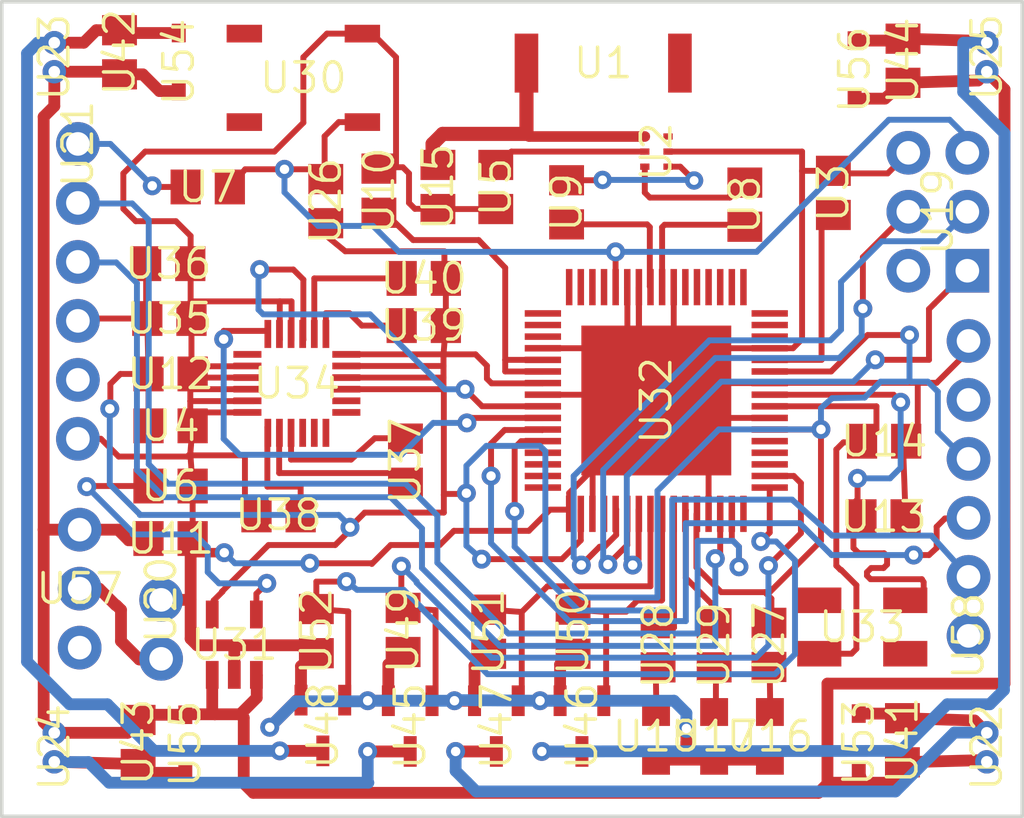
<source format=kicad_pcb>
(kicad_pcb (version 20241229) (generator "pcbnew") (generator_version "9.0")
  (layers (0 "F.Cu" signal "Top") (4 "In1.Cu" signal "Route2") (6 "In2.Cu" signal "Route3") (8 "In3.Cu" signal "Route4") (10 "In4.Cu" signal "Route5") (12 "In5.Cu" signal "Route6") (14 "In6.Cu" signal "Route7") (16 "In7.Cu" signal "Route8") (18 "In8.Cu" signal "Route9") (20 "In9.Cu" signal "Route10") (22 "In10.Cu" signal "Route11") (24 "In11.Cu" signal "Route12") (26 "In12.Cu" signal "Route13") (28 "In13.Cu" signal "Route14") (30 "In14.Cu" signal "Route15") (2 "B.Cu" signal "Bottom") (13 "F.Paste" user) (15 "B.Paste" user) (5 "F.SilkS" user) (7 "B.SilkS" user) (1 "F.Mask" user) (3 "B.Mask" user) (25 "Edge.Cuts" user))
  (net 0 "")
  (net 1 "GND")
  (net 2 "3.3V")
  (net 3 "Net-(U1-Pad64)")
  (net 4 "Net-(U1-Pad63)")
  (net 5 "Net-(U1-Pad62)")
  (net 6 "Net-(C1-Pad1)")
  (net 7 "Net-(C5-Pad1)")
  (net 8 "Net-(C6-Pad1)")
  (net 9 "Net-(U1-Pad53)")
  (net 10 "Net-(U1-Pad52)")
  (net 11 "Net-(U1-Pad51)")
  (net 12 "/PE4")
  (net 13 "/PE3")
  (net 14 "Net-(U1-Pad48)")
  (net 15 "/TX0")
  (net 16 "/RX0")
  (net 17 "/PB7")
  (net 18 "/PB6")
  (net 19 "/PB5")
  (net 20 "/PB4")
  (net 21 "/MISO")
  (net 22 "/MOSI")
  (net 23 "/SCK")
  (net 24 "Net-(U1-Pad36)")
  (net 25 "Net-(U1-Pad32)")
  (net 26 "Net-(U1-Pad31)")
  (net 27 "Net-(U1-Pad30)")
  (net 28 "Net-(U1-Pad29)")
  (net 29 "/TX1")
  (net 30 "/RX1")
  (net 31 "/SDA")
  (net 32 "/SCL")
  (net 33 "Net-(C2-Pad1)")
  (net 34 "Net-(U1-Pad19)")
  (net 35 "Net-(U1-Pad18)")
  (net 36 "Net-(U1-Pad17)")
  (net 37 "Net-(U1-Pad16)")
  (net 38 "Net-(U1-Pad15)")
  (net 39 "Net-(U1-Pad14)")
  (net 40 "Net-(U1-Pad13)")
  (net 41 "/RESET")
  (net 42 "Net-(C17-Pad2)")
  (net 43 "Net-(C16-Pad1)")
  (net 44 "Net-(U1-Pad6)")
  (net 45 "Net-(U1-Pad5)")
  (net 46 "Net-(U1-Pad4)")
  (net 47 "Net-(U1-Pad3)")
  (net 48 "Net-(U1-Pad2)")
  (net 49 "Net-(U1-Pad1)")
  (net 50 "Net-(B1-Pad4)")
  (net 51 "Net-(B1-Pad3)")
  (net 52 "Net-(B1-Pad2)")
  (net 53 "/RFANT")
  (net 54 "Net-(J1-Pad2)")
  (net 55 "Net-(JP9-PadCTS)")
  (net 56 "Net-(C15-Pad1)")
  (net 57 "Net-(C7-Pad2)")
  (net 58 "/VBAT")
  (net 59 "Net-(C8-Pad2)")
  (net 60 "Net-(C13-Pad2)")
  (net 61 "Net-(C14-Pad2)")
  (net 62 "Net-(JP3-Pad2)")
  (net 63 "Net-(C12-Pad1)")
  (net 64 "Net-(R10-Pad1)")
  (net 65 "Net-(R3-Pad1)")
  (net 66 "Net-(U4-Pad14)")
  (net 67 "Net-(U4-Pad13)")
  (net 68 "Net-(U4-Pad12)")
  (net 69 "Net-(U4-Pad11)")
  (net 70 "Net-(U4-Pad10)")
  (net 71 "Net-(C25-Pad1)")
  (net 72 "Net-(C25-Pad2)")
  (net 73 "Net-(C26-Pad2)")
  (net 74 "Net-(U4-Pad1)")
  (net 75 "Net-(S2-Pad1)")
  (net 76 "Net-(JP2-PadCTS)")
  (net 77 "Net-(JP2-PadDTR)")
  (net 78 "Net-(BOT1-PadA)")
  (net 79 "Net-(ARM1-PadA)")
  (net 80 "Net-(PWR1-PadA)")
  (footprint "quadcopterJorge:ANTENNA-CHIP5" (layer "F.Cu") (at 152.4254 90.1065)
    (property "Reference" "U1")
    (property "Value" "")
  )
  (footprint "quadcopterJorge:BALUN-0805" (layer "F.Cu") (at 154.7114 93.9165 -90)
    (property "Reference" "U2")
    (property "Value" "")
  )
  (footprint "quadcopterJorge:C0805" (layer "F.Cu") (at 162.3314 95.6945 90)
    (property "Reference" "U3")
    (property "Value" "")
  )
  (footprint "quadcopterJorge:C0805" (layer "F.Cu") (at 133.8072 105.7275)
    (property "Reference" "U4")
    (property "Value" "")
  )
  (footprint "quadcopterJorge:C0805" (layer "F.Cu") (at 147.8026 95.4405 -90)
    (property "Reference" "U5")
    (property "Value" "")
  )
  (footprint "quadcopterJorge:C0805" (layer "F.Cu") (at 133.8072 108.3183)
    (property "Reference" "U6")
    (property "Value" "")
  )
  (footprint "quadcopterJorge:C0805" (layer "F.Cu") (at 135.4074 95.4405)
    (property "Reference" "U7")
    (property "Value" "")
  )
  (footprint "quadcopterJorge:C0805" (layer "F.Cu") (at 158.5214 96.2025 90)
    (property "Reference" "U8")
    (property "Value" "")
  )
  (footprint "quadcopterJorge:C0805" (layer "F.Cu") (at 150.8506 96.1009 -90)
    (property "Reference" "U9")
    (property "Value" "")
  )
  (footprint "quadcopterJorge:C0805" (layer "F.Cu") (at 142.7734 95.6 90)
    (property "Reference" "U10")
    (property "Value" "")
  )
  (footprint "quadcopterJorge:C0805" (layer "F.Cu") (at 133.8072 110.5789)
    (property "Reference" "U11")
    (property "Value" "")
  )
  (footprint "quadcopterJorge:C0805" (layer "F.Cu") (at 133.8072 103.4923)
    (property "Reference" "U12")
    (property "Value" "")
  )
  (footprint "quadcopterJorge:C0805" (layer "F.Cu") (at 164.4904 109.6391)
    (property "Reference" "U13")
    (property "Value" "")
  )
  (footprint "quadcopterJorge:C0805" (layer "F.Cu") (at 164.5158 106.3879)
    (property "Reference" "U14")
    (property "Value" "")
  )
  (footprint "quadcopterJorge:C0805" (layer "F.Cu") (at 145.3134 95.4405 90)
    (property "Reference" "U15")
    (property "Value" "")
  )
  (footprint "quadcopterJorge:CHIP-LED0805" (layer "F.Cu") (at 159.6 119.1 180)
    (property "Reference" "U16")
    (property "Value" "")
  )
  (footprint "quadcopterJorge:CHIP-LED0805" (layer "F.Cu") (at 157.2 119.1 180)
    (property "Reference" "U17")
    (property "Value" "")
  )
  (footprint "quadcopterJorge:CHIP-LED0805" (layer "F.Cu") (at 154.7 119.1 180)
    (property "Reference" "U18")
    (property "Value" "")
  )
  (footprint "quadcopterJorge:2X3-NS" (layer "F.Cu") (at 166.8272 96.5073 90)
    (property "Reference" "U19")
    (property "Value" "")
  )
  (footprint "quadcopterJorge:1X02" (layer "F.Cu") (at 133.4008 113.2205 -90)
    (property "Reference" "U20")
    (property "Value" "")
  )
  (footprint "quadcopterJorge:FTDI_BASIC" (layer "F.Cu") (at 129.8194 93.5863 -90)
    (property "Reference" "U21")
    (property "Value" "")
  )
  (footprint "quadcopterJorge:653002114822" (layer "F.Cu") (at 168.9354 119.5705 -90)
    (property "Reference" "U22")
    (property "Value" "")
  )
  (footprint "quadcopterJorge:653002114822" (layer "F.Cu") (at 128.8034 89.8525 -90)
    (property "Reference" "U23")
    (property "Value" "")
  )
  (footprint "quadcopterJorge:653002114822" (layer "F.Cu") (at 128.8034 119.5705 90)
    (property "Reference" "U24")
    (property "Value" "")
  )
  (footprint "quadcopterJorge:653002114822" (layer "F.Cu") (at 168.9354 89.8525 -90)
    (property "Reference" "U25")
    (property "Value" "")
  )
  (footprint "quadcopterJorge:R0805" (layer "F.Cu") (at 140.4874 96.0501 -90)
    (property "Reference" "U26")
    (property "Value" "")
  )
  (footprint "quadcopterJorge:R0805" (layer "F.Cu") (at 159.56 115.16 90)
    (property "Reference" "U27")
    (property "Value" "")
  )
  (footprint "quadcopterJorge:R0805" (layer "F.Cu") (at 154.7876 115.1763 90)
    (property "Reference" "U28")
    (property "Value" "")
  )
  (footprint "quadcopterJorge:R0805" (layer "F.Cu") (at 157.2006 115.1763 90)
    (property "Reference" "U29")
    (property "Value" "")
  )
  (footprint "quadcopterJorge:TACTILE_SWITCH_SMD" (layer "F.Cu") (at 139.5222 90.7415 180)
    (property "Reference" "U30")
    (property "Value" "")
  )
  (footprint "quadcopterJorge:SOT23-DBV" (layer "F.Cu") (at 136.5504 115.1509)
    (property "Reference" "U31")
    (property "Value" "")
  )
  (footprint "quadcopterJorge:QFN-64" (layer "F.Cu") (at 154.7114 104.6353 -90)
    (property "Reference" "U32")
    (property "Value" "")
  )
  (footprint "quadcopterJorge:CRYSTAL-SMD-5X3" (layer "F.Cu") (at 163.576 114.3889)
    (property "Reference" "U33")
    (property "Value" "")
  )
  (footprint "quadcopterJorge:LGA-24" (layer "F.Cu") (at 139.2428 103.8987)
    (property "Reference" "U34")
    (property "Value" "")
  )
  (footprint "quadcopterJorge:C0805" (layer "F.Cu") (at 133.7564 101.1047)
    (property "Reference" "U35")
    (property "Value" "")
  )
  (footprint "quadcopterJorge:C0805" (layer "F.Cu") (at 133.7056 98.7425)
    (property "Reference" "U36")
    (property "Value" "")
  )
  (footprint "quadcopterJorge:C0805" (layer "F.Cu") (at 143.9164 107.2261 -90)
    (property "Reference" "U37")
    (property "Value" "")
  )
  (footprint "quadcopterJorge:C0805" (layer "F.Cu") (at 138.4554 109.5629)
    (property "Reference" "U38")
    (property "Value" "")
  )
  (footprint "quadcopterJorge:R0805" (layer "F.Cu") (at 144.7038 101.4095)
    (property "Reference" "U39")
    (property "Value" "")
  )
  (footprint "quadcopterJorge:R0805" (layer "F.Cu") (at 144.7038 99.3775)
    (property "Reference" "U40")
    (property "Value" "")
  )
  (footprint "quadcopterJorge:C0805" (layer "F.Cu") (at 165.3032 119.2657 90)
    (property "Reference" "U41")
    (property "Value" "")
  )
  (footprint "quadcopterJorge:C0805" (layer "F.Cu") (at 131.61 89.64 90)
    (property "Reference" "U42")
    (property "Value" "")
  )
  (footprint "quadcopterJorge:C0805" (layer "F.Cu") (at 132.4102 119.3419 -90)
    (property "Reference" "U43")
    (property "Value" "")
  )
  (footprint "quadcopterJorge:C0805" (layer "F.Cu") (at 165.3286 90.0049 90)
    (property "Reference" "U44")
    (property "Value" "")
  )
  (footprint "quadcopterJorge:CONTROLLER_SOT95P237X112-3N" (layer "F.Cu") (at 144.1196 118.6561 -90)
    (property "Reference" "U45")
    (property "Value" "")
  )
  (footprint "quadcopterJorge:CONTROLLER_SOT95P237X112-3N" (layer "F.Cu") (at 151.511 118.6561 -90)
    (property "Reference" "U46")
    (property "Value" "")
  )
  (footprint "quadcopterJorge:CONTROLLER_SOT95P237X112-3N" (layer "F.Cu") (at 147.828 118.6561 -90)
    (property "Reference" "U47")
    (property "Value" "")
  )
  (footprint "quadcopterJorge:CONTROLLER_SOT95P237X112-3N" (layer "F.Cu") (at 140.3604 118.6307 -90)
    (property "Reference" "U48")
    (property "Value" "")
  )
  (footprint "quadcopterJorge:R0805" (layer "F.Cu") (at 143.8148 114.5159 -90)
    (property "Reference" "U49")
    (property "Value" "")
  )
  (footprint "quadcopterJorge:R0805" (layer "F.Cu") (at 151.13 114.5921 -90)
    (property "Reference" "U50")
    (property "Value" "")
  )
  (footprint "quadcopterJorge:R0805" (layer "F.Cu") (at 147.4978 114.5921 -90)
    (property "Reference" "U51")
    (property "Value" "")
  )
  (footprint "quadcopterJorge:R0805" (layer "F.Cu") (at 140.081 114.5667 -90)
    (property "Reference" "U52")
    (property "Value" "")
  )
  (footprint "quadcopterJorge:SOD323_ST" (layer "F.Cu") (at 163.4236 119.3673 90)
    (property "Reference" "U53")
    (property "Value" "")
  )
  (footprint "quadcopterJorge:SOD323_ST" (layer "F.Cu") (at 134.16 90.06 90)
    (property "Reference" "U54")
    (property "Value" "")
  )
  (footprint "quadcopterJorge:SOD323_ST" (layer "F.Cu") (at 134.4422 119.4181 -90)
    (property "Reference" "U55")
    (property "Value" "")
  )
  (footprint "quadcopterJorge:SOD323_ST" (layer "F.Cu") (at 163.2458 90.3859 90)
    (property "Reference" "U56")
    (property "Value" "")
  )
  (footprint "quadcopterJorge:SWITCH-SPDT" (layer "F.Cu") (at 129.8956 112.7379 180)
    (property "Reference" "U57")
    (property "Value" "")
  )
  (footprint "quadcopterJorge:FTDI_BASIC" (layer "F.Cu") (at 168.148 114.7699 90)
    (property "Reference" "U58")
    (property "Value" "")
  )
  (gr_line (start 126.5428 122.5423) (end 126.5428 87.4649) (stroke (width 0.1524)) (layer "Edge.Cuts"))
  (gr_line (start 126.5428 87.4649) (end 170.4594 87.4649) (stroke (width 0.1524)) (layer "Edge.Cuts"))
  (gr_line (start 170.4594 122.5423) (end 126.5428 122.5423) (stroke (width 0.1524)) (layer "Edge.Cuts"))
  (gr_line (start 170.4594 87.4649) (end 170.4594 122.5423) (stroke (width 0.1524)) (layer "Edge.Cuts"))
  (segment (start 143.803 94.5905) (end 144.0688 94.8563) (width 0.254) (layer "F.Cu") (net 1))
  (segment (start 144.0688 96.1263) (end 144.3228 96.3803) (width 0.254) (layer "F.Cu") (net 1))
  (segment (start 144.3228 96.3803) (end 145.2236 96.3803) (width 0.254) (layer "F.Cu") (net 1))
  (segment (start 153.4614 104.5885) (end 153.9614 104.0885) (width 0.254) (layer "F.Cu") (net 1))
  (segment (start 155.4614 99.7543) (end 155.4614 102.5885) (width 0.254) (layer "F.Cu") (net 1))
  (segment (start 153.4668 99.7597) (end 153.4668 102.2731) (width 0.254) (layer "F.Cu") (net 1))
  (segment (start 138.4928 101.7697) (end 138.5062 102.0237) (width 0.254) (layer "F.Cu") (net 1))
  (segment (start 139.0142 102.0237) (end 139.0142 100.3681) (width 0.254) (layer "F.Cu") (net 1))
  (segment (start 144.0688 94.8563) (end 144.0688 96.1263) (width 0.254) (layer "F.Cu") (net 1))
  (segment (start 165.4404 109.6391) (end 165.3404 106.8959) (width 0.254) (layer "F.Cu") (net 1))
  (segment (start 153.4614 99.7543) (end 153.4668 99.7597) (width 0.254) (layer "F.Cu") (net 1))
  (segment (start 156.9614 105.4227) (end 156.9614 104.2945) (width 0.254) (layer "F.Cu") (net 1))
  (segment (start 152.1206 104.5885) (end 153.4614 104.5885) (width 0.254) (layer "F.Cu") (net 1))
  (segment (start 155.4614 102.5885) (end 153.9614 104.0885) (width 0.254) (layer "F.Cu") (net 1))
  (segment (start 156.9614 104.2945) (end 156.7434 104.0765) (width 0.254) (layer "F.Cu") (net 1))
  (segment (start 145.3134 96.3905) (end 147.8026 96.3905) (width 0.254) (layer "F.Cu") (net 1))
  (segment (start 138.5062 102.0237) (end 138.5062 100.3681) (width 0.254) (layer "F.Cu") (net 1))
  (segment (start 153.9614 99.7543) (end 153.9614 104.0885) (width 0.254) (layer "F.Cu") (net 1))
  (segment (start 155.2164 93.9165) (end 160.9852 93.9165) (width 0.254) (layer "F.Cu") (net 1))
  (segment (start 165.3404 106.8959) (end 165.3404 106.4133) (width 0.254) (layer "F.Cu") (net 1))
  (segment (start 152.1714 107.3785) (end 152.1714 104.6393) (width 0.254) (layer "F.Cu") (net 1))
  (segment (start 162.3432 94.8563) (end 162.3314 94.7445) (width 0.254) (layer "F.Cu") (net 1))
  (segment (start 151.9614 109.5163) (end 151.969781 109.3385) (width 0.254) (layer "F.Cu") (net 1))
  (segment (start 153.8097 101.9302) (end 153.4668 102.2731) (width 0.254) (layer "F.Cu") (net 1))
  (segment (start 153.9614 99.7543) (end 153.9614 102.3105) (width 0.254) (layer "F.Cu") (net 1))
  (segment (start 151.969781 109.3385) (end 151.969781 107.609744) (width 0.254) (layer "F.Cu") (net 1))
  (segment (start 138.9928 101.7697) (end 139.0142 102.0237) (width 0.254) (layer "F.Cu") (net 1))
  (segment (start 154.4574 102.8065) (end 152.1714 102.8065) (width 0.254) (layer "F.Cu") (net 1))
  (segment (start 142.7734 94.4905) (end 143.4846 94.5905) (width 0.254) (layer "F.Cu") (net 1))
  (segment (start 152.1714 104.6393) (end 152.1206 104.5885) (width 0.254) (layer "F.Cu") (net 1))
  (segment (start 145.2236 96.3803) (end 145.3134 96.3905) (width 0.254) (layer "F.Cu") (net 1))
  (segment (start 153.9614 99.7543) (end 153.9614 101.7785) (width 0.254) (layer "F.Cu") (net 1))
  (segment (start 152.1714 102.8065) (end 151.9174 102.5525) (width 0.254) (layer "F.Cu") (net 1))
  (segment (start 153.9614 101.7785) (end 153.8097 101.9302) (width 0.254) (layer "F.Cu") (net 1))
  (segment (start 132.715 93.9165) (end 131.7752 94.8563) (width 0.254) (layer "F.Cu") (net 1))
  (segment (start 153.9614 102.3105) (end 154.4574 102.8065) (width 0.254) (layer "F.Cu") (net 1))
  (segment (start 151.969781 107.609744) (end 152.1714 107.3785) (width 0.254) (layer "F.Cu") (net 1))
  (segment (start 153.9614 104.0885) (end 154.7114 104.6353) (width 0.254) (layer "F.Cu") (net 1))
  (segment (start 156.9614 109.5163) (end 156.9614 105.4227) (width 0.254) (layer "F.Cu") (net 1))
  (segment (start 143.4846 94.5905) (end 143.803 94.5905) (width 0.254) (layer "F.Cu") (net 1))
  (segment (start 134.6708 98.7273) (end 134.6708 100.3681) (width 0.254) (layer "F.Cu") (net 1))
  (segment (start 131.7752 96.3803) (end 132.3086 96.9137) (width 0.254) (layer "F.Cu") (net 1))
  (segment (start 134.0358 96.9137) (end 134.6708 97.5487) (width 0.254) (layer "F.Cu") (net 1))
  (segment (start 131.7752 94.8563) (end 131.7752 96.3803) (width 0.254) (layer "F.Cu") (net 1))
  (segment (start 132.3086 96.9137) (end 134.0358 96.9137) (width 0.254) (layer "F.Cu") (net 1))
  (segment (start 134.6708 97.5487) (end 134.6708 98.7273) (width 0.254) (layer "F.Cu") (net 1))
  (segment (start 134.6708 98.7273) (end 134.6556 98.7425) (width 0.254) (layer "F.Cu") (net 1))
  (segment (start 134.6708 111.0869) (end 134.6708 113.1951) (width 0.508) (layer "F.Cu") (net 1))
  (segment (start 139.8388 115.4167) (end 139.6238 115.2017) (width 0.4064) (layer "F.Cu") (net 1))
  (segment (start 133.4008 113.2205) (end 134.6454 113.2205) (width 0.508) (layer "F.Cu") (net 1))
  (segment (start 150.9614 108.618125) (end 151.969781 107.609744) (width 0.254) (layer "F.Cu") (net 1))
  (segment (start 134.5302 107.0483) (end 134.6572 106.9213) (width 0.254) (layer "F.Cu") (net 1))
  (segment (start 134.6708 113.1951) (end 134.6708 114.8969) (width 0.508) (layer "F.Cu") (net 1))
  (segment (start 151.9174 102.3853) (end 151.9174 102.5525) (width 0.254) (layer "F.Cu") (net 1))
  (segment (start 159.5924 102.3853) (end 155.6646 102.3853) (width 0.254) (layer "F.Cu") (net 1))
  (segment (start 139.5222 92.6719) (end 138.2776 93.9165) (width 0.254) (layer "F.Cu") (net 1))
  (segment (start 142.494 88.8365) (end 143.51 89.8525) (width 0.254) (layer "F.Cu") (net 1))
  (segment (start 139.3952 115.2017) (end 139.6238 115.2017) (width 0.4064) (layer "F.Cu") (net 1))
  (segment (start 129.8194 106.2863) (end 130.81 106.2863) (width 0.254) (layer "F.Cu") (net 1))
  (segment (start 134.6564 105.1687) (end 134.6564 105.8537) (width 0.254) (layer "F.Cu") (net 1))
  (segment (start 137.0076 106.9975) (end 134.7334 106.9975) (width 0.254) (layer "F.Cu") (net 1))
  (segment (start 143.51 89.8525) (end 143.51 94.5651) (width 0.254) (layer "F.Cu") (net 1))
  (segment (start 134.7334 106.9975) (end 134.6572 106.9213) (width 0.254) (layer "F.Cu") (net 1))
  (segment (start 138.5062 100.3681) (end 134.6708 100.3681) (width 0.254) (layer "F.Cu") (net 1))
  (segment (start 134.6708 110.5925) (end 134.6708 111.0869) (width 0.4064) (layer "F.Cu") (net 1))
  (segment (start 137.0076 106.9975) (end 137.0076 108.9787) (width 0.254) (layer "F.Cu") (net 1))
  (segment (start 137.0076 108.9787) (end 137.5054 109.5629) (width 0.254) (layer "F.Cu") (net 1))
  (segment (start 150.9614 109.5163) (end 150.9614 108.618125) (width 0.254) (layer "F.Cu") (net 1))
  (segment (start 149.8304 102.3853) (end 151.9174 102.3853) (width 0.254) (layer "F.Cu") (net 1))
  (segment (start 155.6646 102.3853) (end 155.4614 102.5885) (width 0.254) (layer "F.Cu") (net 1))
  (segment (start 164.6682 94.8563) (end 165.5572 93.9673) (width 0.254) (layer "F.Cu") (net 1))
  (segment (start 139.5222 89.8525) (end 139.5222 92.6719) (width 0.254) (layer "F.Cu") (net 1))
  (segment (start 166.7764 103.8733) (end 165.9382 103.8733) (width 0.254) (layer "F.Cu") (net 1))
  (segment (start 134.7572 108.3183) (end 134.7572 110.5789) (width 0.254) (layer "F.Cu") (net 1))
  (segment (start 143.51 94.5651) (end 143.4846 94.5905) (width 0.254) (layer "F.Cu") (net 1))
  (segment (start 130.81 106.2863) (end 131.572 107.0483) (width 0.254) (layer "F.Cu") (net 1))
  (segment (start 140.5382 88.8365) (end 139.5222 89.8525) (width 0.254) (layer "F.Cu") (net 1))
  (segment (start 159.5924 103.8853) (end 157.3706 103.8853) (width 0.254) (layer "F.Cu") (net 1))
  (segment (start 134.6572 106.9213) (end 134.7572 108.3183) (width 0.254) (layer "F.Cu") (net 1))
  (segment (start 157.3706 103.8853) (end 156.9614 104.2945) (width 0.254) (layer "F.Cu") (net 1))
  (segment (start 150.9572 109.3343) (end 150.9614 109.5163) (width 0.254) (layer "F.Cu") (net 1))
  (segment (start 165.9382 103.8733) (end 159.6044 103.8733) (width 0.254) (layer "F.Cu") (net 1))
  (segment (start 159.6044 103.8733) (end 159.5924 103.8853) (width 0.254) (layer "F.Cu") (net 1))
  (segment (start 134.6708 110.5925) (end 134.7572 110.5789) (width 0.4064) (layer "F.Cu") (net 1))
  (segment (start 166.7764 103.8733) (end 167.767 102.8827) (width 0.254) (layer "F.Cu") (net 1))
  (segment (start 167.767 102.8827) (end 167.767 102.4509) (width 0.254) (layer "F.Cu") (net 1))
  (segment (start 134.6454 113.2205) (end 134.6708 113.1951) (width 0.4064) (layer "F.Cu") (net 1))
  (segment (start 167.767 102.4509) (end 168.148 102.0699) (width 0.254) (layer "F.Cu") (net 1))
  (segment (start 165.9636 103.8987) (end 165.9382 103.8733) (width 0.254) (layer "F.Cu") (net 1))
  (segment (start 159.5924 105.3853) (end 156.9988 105.3853) (width 0.254) (layer "F.Cu") (net 1))
  (segment (start 145.9992 110.2487) (end 145.3896 110.8583) (width 0.254) (layer "F.Cu") (net 1))
  (segment (start 156.9988 105.3853) (end 156.9614 105.4227) (width 0.254) (layer "F.Cu") (net 1))
  (segment (start 142.0622 88.8365) (end 140.5382 88.8365) (width 0.254) (layer "F.Cu") (net 1))
  (segment (start 134.7572 105.7275) (end 134.6572 106.9213) (width 0.254) (layer "F.Cu") (net 1))
  (segment (start 140.081 115.5167) (end 139.8388 115.4167) (width 0.4064) (layer "F.Cu") (net 1))
  (segment (start 134.6708 100.3681) (end 134.6708 101.0903) (width 0.254) (layer "F.Cu") (net 1))
  (segment (start 149.8304 104.3853) (end 151.9174 104.3853) (width 0.254) (layer "F.Cu") (net 1))
  (segment (start 134.6564 105.8537) (end 134.7572 105.7275) (width 0.254) (layer "F.Cu") (net 1))
  (segment (start 142.0622 88.8365) (end 142.494 88.8365) (width 0.254) (layer "F.Cu") (net 1))
  (segment (start 131.572 107.0483) (end 134.5302 107.0483) (width 0.254) (layer "F.Cu") (net 1))
  (segment (start 151.9174 104.3853) (end 152.1206 104.5885) (width 0.254) (layer "F.Cu") (net 1))
  (segment (start 150.1394 109.3343) (end 150.9572 109.3343) (width 0.254) (layer "F.Cu") (net 1))
  (segment (start 162.3432 94.8563) (end 164.6682 94.8563) (width 0.254) (layer "F.Cu") (net 1))
  (segment (start 137.1138 104.6487) (end 137.3678 104.6607) (width 0.254) (layer "F.Cu") (net 1))
  (segment (start 134.6564 104.6607) (end 134.6564 105.1687) (width 0.254) (layer "F.Cu") (net 1))
  (segment (start 149.225 110.2487) (end 150.1394 109.3343) (width 0.254) (layer "F.Cu") (net 1))
  (segment (start 138.2776 93.9165) (end 132.715 93.9165) (width 0.254) (layer "F.Cu") (net 1))
  (segment (start 145.9992 110.2487) (end 149.225 110.2487) (width 0.254) (layer "F.Cu") (net 1))
  (segment (start 156.7434 104.0765) (end 153.8097 104.0765) (width 0.254) (layer "F.Cu") (net 1))
  (segment (start 153.8097 104.0765) (end 153.8097 101.9302) (width 0.254) (layer "F.Cu") (net 1))
  (segment (start 146.8882 117.5639) (end 146.8882 116.0517) (width 0.508) (layer "F.Cu") (net 1))
  (segment (start 136.1186 111.1885) (end 134.7724 111.1885) (width 0.4064) (layer "F.Cu") (net 1))
  (segment (start 134.6764 105.1487) (end 134.6564 105.1687) (width 0.254) (layer "F.Cu") (net 1))
  (segment (start 134.7064 101.1047) (end 134.7064 103.1621) (width 0.254) (layer "F.Cu") (net 1))
  (segment (start 134.7064 103.1621) (end 134.7064 103.4431) (width 0.254) (layer "F.Cu") (net 1))
  (segment (start 134.692 101.0903) (end 134.7064 101.1047) (width 0.254) (layer "F.Cu") (net 1))
  (segment (start 157.4038 119.9347) (end 157.2768 119.8077) (width 0.508) (layer "F.Cu") (net 1))
  (segment (start 136.4488 115.1763) (end 139.3698 115.1763) (width 0.508) (layer "F.Cu") (net 1))
  (segment (start 143.2814 110.8583) (end 142.4686 111.6711) (width 0.254) (layer "F.Cu") (net 1))
  (segment (start 137.1138 105.1487) (end 134.6764 105.1487) (width 0.254) (layer "F.Cu") (net 1))
  (segment (start 134.6708 101.0903) (end 134.692 101.0903) (width 0.254) (layer "F.Cu") (net 1))
  (segment (start 156 120.1) (end 157.143 120.1) (width 0.508) (layer "F.Cu") (net 1))
  (segment (start 143.1798 117.5639) (end 143.1798 116.0009) (width 0.508) (layer "F.Cu") (net 1))
  (segment (start 136.5504 116.4509) (end 136.5504 115.2779) (width 0.508) (layer "F.Cu") (net 1))
  (segment (start 134.7064 103.4431) (end 134.7572 103.4923) (width 0.254) (layer "F.Cu") (net 1))
  (segment (start 134.7572 103.4923) (end 134.6572 103.6701) (width 0.254) (layer "F.Cu") (net 1))
  (segment (start 134.6572 103.6701) (end 134.6572 104.0257) (width 0.254) (layer "F.Cu") (net 1))
  (segment (start 142.2908 117.5639) (end 143.1798 117.5639) (width 0.508) (layer "F.Cu") (net 1))
  (segment (start 137.3678 104.6607) (end 134.6564 104.6607) (width 0.254) (layer "F.Cu") (net 1))
  (segment (start 159.4066 120.1) (end 157.4 120.1) (width 0.508) (layer "F.Cu") (net 1))
  (segment (start 134.9502 115.1763) (end 136.4488 115.1763) (width 0.508) (layer "F.Cu") (net 1))
  (segment (start 134.6572 104.0257) (end 134.6572 104.6599) (width 0.254) (layer "F.Cu") (net 1))
  (segment (start 139.3698 115.1763) (end 139.3952 115.2017) (width 0.508) (layer "F.Cu") (net 1))
  (segment (start 134.6572 104.6599) (end 134.6564 104.6607) (width 0.254) (layer "F.Cu") (net 1))
  (segment (start 154.5776 120.1) (end 156 120.1) (width 0.508) (layer "F.Cu") (net 1))
  (segment (start 134.7724 111.1885) (end 134.6708 111.0869) (width 0.4064) (layer "F.Cu") (net 1))
  (segment (start 165.9636 103.8987) (end 165.9636 106.2727) (width 0.254) (layer "F.Cu") (net 1))
  (segment (start 150.5712 117.5639) (end 150.5712 116.0009) (width 0.508) (layer "F.Cu") (net 1))
  (segment (start 150.5712 116.0009) (end 151.13 115.5421) (width 0.508) (layer "F.Cu") (net 1))
  (segment (start 139.2428 117.5385) (end 139.4206 117.5385) (width 0.508) (layer "F.Cu") (net 1))
  (segment (start 139.8016 111.6457) (end 142.4432 111.6457) (width 0.254) (layer "F.Cu") (net 1))
  (segment (start 136.5504 115.2779) (end 136.4488 115.1763) (width 0.508) (layer "F.Cu") (net 1))
  (segment (start 134.6708 114.8969) (end 134.9502 115.1763) (width 0.508) (layer "F.Cu") (net 1))
  (segment (start 146.8882 116.0517) (end 147.4978 115.5421) (width 0.508) (layer "F.Cu") (net 1))
  (segment (start 142.4686 111.6711) (end 142.4432 111.6457) (width 0.254) (layer "F.Cu") (net 1))
  (segment (start 150.5712 117.5639) (end 149.7076 117.5639) (width 0.508) (layer "F.Cu") (net 1))
  (segment (start 159.4104 119.9347) (end 159.6136 119.8331) (width 0.508) (layer "F.Cu") (net 1))
  (segment (start 139.4206 117.5385) (end 139.4206 116.0771) (width 0.508) (layer "F.Cu") (net 1))
  (segment (start 138.0744 118.7069) (end 139.2428 117.5385) (width 0.508) (layer "F.Cu") (net 1))
  (segment (start 145.3896 110.8583) (end 143.2814 110.8583) (width 0.254) (layer "F.Cu") (net 1))
  (segment (start 139.0142 100.3681) (end 138.5062 100.3681) (width 0.254) (layer "F.Cu") (net 1))
  (segment (start 165.3404 106.4133) (end 165.4658 106.3879) (width 0.254) (layer "F.Cu") (net 1))
  (segment (start 139.4206 116.0771) (end 140.081 115.5167) (width 0.508) (layer "F.Cu") (net 1))
  (segment (start 143.1798 116.0009) (end 143.8148 115.4659) (width 0.508) (layer "F.Cu") (net 1))
  (segment (start 146.8882 117.5639) (end 146.0246 117.5639) (width 0.508) (layer "F.Cu") (net 1))
  (segment (start 165.9636 106.2727) (end 165.3404 106.8959) (width 0.254) (layer "F.Cu") (net 1))
  (segment (start 160.9852 101.9937) (end 160.9852 94.7547) (width 0.254) (layer "F.Cu") (net 1))
  (segment (start 160.9954 94.7445) (end 161.8082 94.7445) (width 0.254) (layer "F.Cu") (net 1))
  (segment (start 162.0774 94.7445) (end 161.8082 94.7445) (width 0.254) (layer "F.Cu") (net 1))
  (segment (start 159.5924 102.3853) (end 160.5936 102.3853) (width 0.254) (layer "F.Cu") (net 1))
  (segment (start 160.9852 94.7547) (end 160.9954 94.7445) (width 0.254) (layer "F.Cu") (net 1))
  (segment (start 162.3314 94.7445) (end 162.0774 94.7445) (width 0.254) (layer "F.Cu") (net 1))
  (segment (start 137.1138 104.1487) (end 134.7802 104.1487) (width 0.254) (layer "F.Cu") (net 1))
  (segment (start 160.5936 102.3853) (end 160.9852 101.9937) (width 0.254) (layer "F.Cu") (net 1))
  (segment (start 137.1138 103.6487) (end 134.6786 103.6487) (width 0.254) (layer "F.Cu") (net 1))
  (segment (start 160.9852 94.7547) (end 160.9852 93.9165) (width 0.254) (layer "F.Cu") (net 1))
  (segment (start 137.1004 103.1621) (end 134.7064 103.1621) (width 0.254) (layer "F.Cu") (net 1))
  (segment (start 134.7802 104.1487) (end 134.6572 104.0257) (width 0.254) (layer "F.Cu") (net 1))
  (segment (start 137.1138 103.1487) (end 137.1004 103.1621) (width 0.254) (layer "F.Cu") (net 1))
  (segment (start 134.6786 103.6487) (end 134.6572 103.6701) (width 0.254) (layer "F.Cu") (net 1))
  (segment (start 156.0068 118.7577) (end 156.0068 119.332436) (width 0.508) (layer "F.Cu") (net 1))
  (segment (start 156 119.339236) (end 156 120.1) (width 0.508) (layer "F.Cu") (net 1))
  (segment (start 156.0068 119.332436) (end 156 119.339236) (width 0.25) (layer "F.Cu") (net 1))
  (via (at 139.8016 111.6457) (size 0.8128) (drill 0.4064) (layers "F.Cu" "B.Cu") (net 1))
  (via (at 136.1186 111.1885) (size 0.8128) (drill 0.4064) (layers "F.Cu" "B.Cu") (net 1))
  (via (at 146.0246 117.5639) (size 0.8128) (drill 0.4064) (layers "F.Cu" "B.Cu") (net 1))
  (via (at 138.0744 118.7069) (size 0.8128) (drill 0.4064) (layers "F.Cu" "B.Cu") (net 1))
  (via (at 142.2908 117.5639) (size 0.8128) (drill 0.4064) (layers "F.Cu" "B.Cu") (net 1))
  (via (at 149.7076 117.5639) (size 0.8128) (drill 0.4064) (layers "F.Cu" "B.Cu") (net 1))
  (via (at 156.0068 118.7577) (size 0.8128) (drill 0.4064) (layers "F.Cu" "B.Cu") (net 1))
  (segment (start 156.0068 118.7577) (end 156.0068 118.0973) (width 0.508) (layer "B.Cu") (net 1))
  (segment (start 136.5758 111.6457) (end 139.8016 111.6457) (width 0.254) (layer "B.Cu") (net 1))
  (segment (start 146.177 117.5385) (end 146.0246 117.5639) (width 0.508) (layer "B.Cu") (net 1))
  (segment (start 138.0744 118.7069) (end 139.192 117.5893) (width 0.508) (layer "B.Cu") (net 1))
  (segment (start 136.1186 111.1885) (end 136.5758 111.6457) (width 0.254) (layer "B.Cu") (net 1))
  (segment (start 149.7076 117.5639) (end 146.177 117.5385) (width 0.508) (layer "B.Cu") (net 1))
  (segment (start 139.192 117.5893) (end 142.2654 117.5893) (width 0.508) (layer "B.Cu") (net 1))
  (segment (start 142.2654 117.5893) (end 142.2908 117.5639) (width 0.508) (layer "B.Cu") (net 1))
  (segment (start 146.0246 117.5639) (end 142.2908 117.5639) (width 0.508) (layer "B.Cu") (net 1))
  (segment (start 155.4734 117.5639) (end 156.0068 118.0973) (width 0.508) (layer "B.Cu") (net 1))
  (segment (start 155.4734 117.5639) (end 149.7076 117.5639) (width 0.508) (layer "B.Cu") (net 1))
  (segment (start 151.4602 109.3397) (end 151.4614 109.5163) (width 0.254) (layer "F.Cu") (net 2))
  (segment (start 157.5054 112.8903) (end 156.4386 111.8235) (width 0.254) (layer "F.Cu") (net 2))
  (segment (start 157.5054 112.8903) (end 159.385 112.8903) (width 0.254) (layer "F.Cu") (net 2))
  (segment (start 151.4602 110.6551) (end 151.4602 109.3397) (width 0.254) (layer "F.Cu") (net 2))
  (segment (start 146.9336 102.6487) (end 147.4216 103.1367) (width 0.254) (layer "F.Cu") (net 2))
  (segment (start 151.4602 110.6551) (end 150.6474 111.4679) (width 0.254) (layer "F.Cu") (net 2))
  (segment (start 161.8942 105.8853) (end 161.798 105.8799) (width 0.254) (layer "F.Cu") (net 2))
  (segment (start 145.5674 109.4613) (end 145.5674 108.6993) (width 0.254) (layer "F.Cu") (net 2))
  (segment (start 159.5924 103.3853) (end 162.2352 103.3853) (width 0.254) (layer "F.Cu") (net 2))
  (segment (start 132.8572 103.4923) (end 131.6482 103.4923) (width 0.254) (layer "F.Cu") (net 2))
  (segment (start 159.6644 113.1697) (end 159.6644 114.2501) (width 0.254) (layer "F.Cu") (net 2))
  (segment (start 141.3718 103.1487) (end 145.553 103.1487) (width 0.254) (layer "F.Cu") (net 2))
  (segment (start 140.4874 97.0001) (end 140.4874 97.5233) (width 0.254) (layer "F.Cu") (net 2))
  (segment (start 141.3256 98.2091) (end 145.5928 98.2091) (width 0.254) (layer "F.Cu") (net 2))
  (segment (start 162.2352 103.3853) (end 163.8046 101.8159) (width 0.254) (layer "F.Cu") (net 2))
  (segment (start 140.4874 97.5233) (end 141.3256 98.2091) (width 0.254) (layer "F.Cu") (net 2))
  (segment (start 145.553 103.1487) (end 145.553 103.6487) (width 0.254) (layer "F.Cu") (net 2))
  (segment (start 146.9336 102.6487) (end 145.553 102.6487) (width 0.254) (layer "F.Cu") (net 2))
  (segment (start 132.7556 98.7425) (end 132.7556 101.0039) (width 0.254) (layer "F.Cu") (net 2))
  (segment (start 132.8064 101.1047) (end 132.8564 103.4931) (width 0.254) (layer "F.Cu") (net 2))
  (segment (start 132.8564 103.4931) (end 132.8572 103.4923) (width 0.254) (layer "F.Cu") (net 2))
  (segment (start 145.6538 99.3775) (end 145.6538 101.4095) (width 0.254) (layer "F.Cu") (net 2))
  (segment (start 159.385 112.8903) (end 159.6644 113.1697) (width 0.254) (layer "F.Cu") (net 2))
  (segment (start 145.553 104.1487) (end 145.5674 104.1487) (width 0.254) (layer "F.Cu") (net 2))
  (segment (start 150.6474 111.4679) (end 147.193 111.4679) (width 0.254) (layer "F.Cu") (net 2))
  (segment (start 131.6482 103.4923) (end 131.2164 103.9241) (width 0.254) (layer "F.Cu") (net 2))
  (segment (start 131.2164 103.9241) (end 131.2164 104.9655) (width 0.254) (layer "F.Cu") (net 2))
  (segment (start 146.5428 108.6587) (end 146.5428 108.6305) (width 0.254) (layer "F.Cu") (net 2))
  (segment (start 145.6538 99.3775) (end 145.5928 99.3377) (width 0.254) (layer "F.Cu") (net 2))
  (segment (start 129.921 101.1047) (end 129.8194 101.2063) (width 0.254) (layer "F.Cu") (net 2))
  (segment (start 159.6644 114.2501) (end 159.5628 114.2517) (width 0.254) (layer "F.Cu") (net 2))
  (segment (start 145.553 103.6487) (end 145.553 104.1487) (width 0.254) (layer "F.Cu") (net 2))
  (segment (start 145.5928 99.3377) (end 145.5928 98.2091) (width 0.254) (layer "F.Cu") (net 2))
  (segment (start 147.4216 103.1367) (end 147.4216 103.6955) (width 0.254) (layer "F.Cu") (net 2))
  (segment (start 132.8064 101.1047) (end 129.921 101.1047) (width 0.254) (layer "F.Cu") (net 2))
  (segment (start 145.553 102.6487) (end 145.553 103.1487) (width 0.254) (layer "F.Cu") (net 2))
  (segment (start 141.3718 103.6487) (end 145.553 103.6487) (width 0.254) (layer "F.Cu") (net 2))
  (segment (start 132.8064 101.1047) (end 132.7556 101.0039) (width 0.254) (layer "F.Cu") (net 2))
  (segment (start 141.3718 104.1487) (end 145.553 104.1487) (width 0.254) (layer "F.Cu") (net 2))
  (segment (start 146.5428 108.6587) (end 145.608 108.6587) (width 0.254) (layer "F.Cu") (net 2))
  (segment (start 147.4216 103.6955) (end 147.6248 103.8987) (width 0.254) (layer "F.Cu") (net 2))
  (segment (start 159.5924 105.8853) (end 161.8942 105.8853) (width 0.254) (layer "F.Cu") (net 2))
  (segment (start 146.5428 108.6305) (end 146.5388 108.6265) (width 0.254) (layer "F.Cu") (net 2))
  (segment (start 132.8572 105.7275) (end 132.8572 103.4923) (width 0.254) (layer "F.Cu") (net 2))
  (segment (start 149.817 103.8987) (end 149.8304 103.8853) (width 0.254) (layer "F.Cu") (net 2))
  (segment (start 131.2164 104.9655) (end 131.191 104.9909) (width 0.254) (layer "F.Cu") (net 2))
  (segment (start 147.6248 103.8987) (end 149.817 103.8987) (width 0.254) (layer "F.Cu") (net 2))
  (segment (start 141.3718 102.6487) (end 145.553 102.6487) (width 0.254) (layer "F.Cu") (net 2))
  (segment (start 145.6538 101.4095) (end 145.553 102.6487) (width 0.254) (layer "F.Cu") (net 2))
  (segment (start 145.5674 104.1487) (end 145.5674 108.6993) (width 0.254) (layer "F.Cu") (net 2))
  (segment (start 145.608 108.6587) (end 145.5674 108.6993) (width 0.254) (layer "F.Cu") (net 2))
  (segment (start 161.798 110.6805) (end 161.798 105.8799) (width 0.254) (layer "F.Cu") (net 2))
  (segment (start 142.1638 109.4613) (end 145.5674 109.4613) (width 0.254) (layer "F.Cu") (net 2))
  (segment (start 136.017 112.8649) (end 138.0236 110.8583) (width 0.254) (layer "F.Cu") (net 2))
  (segment (start 163.8046 101.8159) (end 165.608 101.8159) (width 0.254) (layer "F.Cu") (net 2))
  (segment (start 159.385 112.8903) (end 159.5882 112.8903) (width 0.254) (layer "F.Cu") (net 2))
  (segment (start 138.0236 110.8583) (end 140.8938 110.8583) (width 0.254) (layer "F.Cu") (net 2))
  (segment (start 136.017 112.8649) (end 136.0424 112.8649) (width 0.254) (layer "F.Cu") (net 2))
  (segment (start 156.4386 111.8235) (end 156.4386 109.5391) (width 0.254) (layer "F.Cu") (net 2))
  (segment (start 141.5288 110.0963) (end 142.1638 109.4613) (width 0.254) (layer "F.Cu") (net 2))
  (segment (start 136.0424 112.8649) (end 135.6614 113.2459) (width 0.254) (layer "F.Cu") (net 2))
  (segment (start 135.636 113.8153) (end 135.6004 113.8509) (width 0.254) (layer "F.Cu") (net 2))
  (segment (start 135.6614 113.2459) (end 135.636 113.8153) (width 0.254) (layer "F.Cu") (net 2))
  (segment (start 141.5288 110.2233) (end 141.5288 110.0963) (width 0.254) (layer "F.Cu") (net 2))
  (segment (start 156.4386 109.5391) (end 156.4614 109.5163) (width 0.254) (layer "F.Cu") (net 2))
  (segment (start 140.8938 110.8583) (end 141.5288 110.2233) (width 0.254) (layer "F.Cu") (net 2))
  (segment (start 159.5882 112.8903) (end 161.798 110.6805) (width 0.254) (layer "F.Cu") (net 2))
  (via (at 141.5288 110.0963) (size 0.8128) (drill 0.4064) (layers "F.Cu" "B.Cu") (net 2))
  (via (at 146.5388 108.6265) (size 0.8128) (drill 0.4064) (layers "F.Cu" "B.Cu") (net 2))
  (via (at 161.798 105.8799) (size 0.8128) (drill 0.4064) (layers "F.Cu" "B.Cu") (net 2))
  (via (at 147.193 111.4679) (size 0.8128) (drill 0.4064) (layers "F.Cu" "B.Cu") (net 2))
  (via (at 131.191 104.9909) (size 0.8128) (drill 0.4064) (layers "F.Cu" "B.Cu") (net 2))
  (via (at 165.608 101.8159) (size 0.8128) (drill 0.4064) (layers "F.Cu" "B.Cu") (net 2))
  (segment (start 147.394 106.5911) (end 149.7076 106.5911) (width 0.254) (layer "B.Cu") (net 2))
  (segment (start 149.9362 106.8197) (end 149.9362 111.4933) (width 0.254) (layer "B.Cu") (net 2))
  (segment (start 154.7622 113.1189) (end 154.7622 108.5215) (width 0.254) (layer "B.Cu") (net 2))
  (segment (start 147.394 106.5911) (end 146.5388 107.4463) (width 0.254) (layer "B.Cu") (net 2))
  (segment (start 149.9362 111.4933) (end 151.5618 113.1189) (width 0.254) (layer "B.Cu") (net 2))
  (segment (start 149.7076 106.5911) (end 149.9362 106.8197) (width 0.254) (layer "B.Cu") (net 2))
  (segment (start 154.7622 108.5215) (end 157.4038 105.8799) (width 0.254) (layer "B.Cu") (net 2))
  (segment (start 151.5618 113.1189) (end 154.7622 113.1189) (width 0.254) (layer "B.Cu") (net 2))
  (segment (start 167.8686 106.8705) (end 168.148 107.1499) (width 0.254) (layer "B.Cu") (net 2))
  (segment (start 146.5388 110.8899) (end 147.193 111.4679) (width 0.254) (layer "B.Cu") (net 2))
  (segment (start 157.4038 105.8799) (end 161.798 105.8799) (width 0.254) (layer "B.Cu") (net 2))
  (segment (start 166.8272 105.9815) (end 167.7162 106.8705) (width 0.254) (layer "B.Cu") (net 2))
  (segment (start 167.7162 106.8705) (end 167.8686 106.8705) (width 0.254) (layer "B.Cu") (net 2))
  (segment (start 131.191 108.2421) (end 132.4864 109.5375) (width 0.254) (layer "B.Cu") (net 2))
  (segment (start 132.4864 109.5375) (end 132.4864 109.5629) (width 0.254) (layer "B.Cu") (net 2))
  (segment (start 146.5388 108.6265) (end 146.5388 107.4463) (width 0.254) (layer "B.Cu") (net 2))
  (segment (start 146.5388 108.6265) (end 146.5388 110.8899) (width 0.254) (layer "B.Cu") (net 2))
  (segment (start 132.4864 109.5629) (end 141.0462 109.5629) (width 0.254) (layer "B.Cu") (net 2))
  (segment (start 131.191 108.2421) (end 131.191 104.9909) (width 0.254) (layer "B.Cu") (net 2))
  (segment (start 141.5288 110.0455) (end 141.5288 110.0963) (width 0.254) (layer "B.Cu") (net 2))
  (segment (start 166.3954 103.8225) (end 165.6842 103.8225) (width 0.254) (layer "B.Cu") (net 2))
  (segment (start 165.6842 103.8225) (end 165.608 103.7463) (width 0.254) (layer "B.Cu") (net 2))
  (segment (start 141.0462 109.5629) (end 141.5288 110.0455) (width 0.254) (layer "B.Cu") (net 2))
  (segment (start 164.3634 103.8225) (end 165.5318 103.8225) (width 0.254) (layer "B.Cu") (net 2))
  (segment (start 165.608 103.7463) (end 165.5318 103.8225) (width 0.254) (layer "B.Cu") (net 2))
  (segment (start 161.798 105.8799) (end 161.798 104.9655) (width 0.254) (layer "B.Cu") (net 2))
  (segment (start 166.8272 105.9815) (end 166.8272 104.2543) (width 0.254) (layer "B.Cu") (net 2))
  (segment (start 165.608 101.8159) (end 165.608 103.7463) (width 0.254) (layer "B.Cu") (net 2))
  (segment (start 166.8272 104.2543) (end 166.3954 103.8225) (width 0.254) (layer "B.Cu") (net 2))
  (segment (start 162.2806 104.5337) (end 163.6776 104.5083) (width 0.254) (layer "B.Cu") (net 2))
  (segment (start 161.798 104.9655) (end 162.2806 104.5337) (width 0.254) (layer "B.Cu") (net 2))
  (segment (start 163.6776 104.5083) (end 164.3634 103.8225) (width 0.254) (layer "B.Cu") (net 2))
  (segment (start 159.5924 102.8853) (end 161.8234 102.8853) (width 0.254) (layer "F.Cu") (net 6))
  (segment (start 161.8234 102.8853) (end 161.8234 97.0525) (width 0.254) (layer "F.Cu") (net 6))
  (segment (start 161.8234 97.0525) (end 162.3314 96.6445) (width 0.254) (layer "F.Cu") (net 6))
  (segment (start 166.1414 112.3315) (end 163.9316 112.3315) (width 0.254) (layer "F.Cu") (net 7))
  (segment (start 163.3728 107.9881) (end 163.3728 108.8907) (width 0.254) (layer "F.Cu") (net 7))
  (segment (start 163.5404 109.6391) (end 163.449 109.6391) (width 0.254) (layer "F.Cu") (net 7))
  (segment (start 163.7792 112.0267) (end 163.7792 112.1791) (width 0.254) (layer "F.Cu") (net 7))
  (segment (start 163.7792 112.1791) (end 163.9316 112.3315) (width 0.254) (layer "F.Cu") (net 7))
  (segment (start 165.8944 113.2389) (end 166.2176 112.8649) (width 0.254) (layer "F.Cu") (net 7))
  (segment (start 163.3728 108.8907) (end 163.1324 109.1311) (width 0.254) (layer "F.Cu") (net 7))
  (segment (start 163.195 109.8931) (end 163.195 110.9853) (width 0.254) (layer "F.Cu") (net 7))
  (segment (start 165.426 113.2389) (end 165.8944 113.2389) (width 0.254) (layer "F.Cu") (net 7))
  (segment (start 166.2176 112.8649) (end 166.2176 112.4585) (width 0.254) (layer "F.Cu") (net 7))
  (segment (start 164.9222 104.3853) (end 165.227 104.7115) (width 0.254) (layer "F.Cu") (net 7))
  (segment (start 164.6428 111.3409) (end 164.5158 111.2139) (width 0.254) (layer "F.Cu") (net 7))
  (segment (start 164.4904 111.8489) (end 163.957 111.8489) (width 0.254) (layer "F.Cu") (net 7))
  (segment (start 163.957 111.8489) (end 163.7792 112.0267) (width 0.254) (layer "F.Cu") (net 7))
  (segment (start 159.5924 104.3853) (end 164.9222 104.3853) (width 0.254) (layer "F.Cu") (net 7))
  (segment (start 164.6428 111.6965) (end 164.6428 111.3409) (width 0.254) (layer "F.Cu") (net 7))
  (segment (start 163.449 109.6391) (end 163.195 109.8931) (width 0.254) (layer "F.Cu") (net 7))
  (segment (start 163.195 110.9853) (end 163.4236 111.2139) (width 0.254) (layer "F.Cu") (net 7))
  (segment (start 163.4236 111.2139) (end 164.5158 111.2139) (width 0.254) (layer "F.Cu") (net 7))
  (segment (start 163.1324 109.1311) (end 163.5404 109.6391) (width 0.254) (layer "F.Cu") (net 7))
  (segment (start 166.2176 112.4585) (end 166.1414 112.3315) (width 0.254) (layer "F.Cu") (net 7))
  (segment (start 164.4904 111.8489) (end 164.6428 111.6965) (width 0.254) (layer "F.Cu") (net 7))
  (via (at 165.227 104.7115) (size 0.8128) (drill 0.4064) (layers "F.Cu" "B.Cu") (net 7))
  (via (at 163.3728 107.9881) (size 0.8128) (drill 0.4064) (layers "F.Cu" "B.Cu") (net 7))
  (segment (start 165.227 107.5309) (end 164.7698 107.9881) (width 0.254) (layer "B.Cu") (net 7))
  (segment (start 165.227 104.7115) (end 165.227 107.5309) (width 0.254) (layer "B.Cu") (net 7))
  (segment (start 164.7698 107.9881) (end 163.3728 107.9881) (width 0.254) (layer "B.Cu") (net 7))
  (segment (start 162.7632 106.4387) (end 163.615 106.4387) (width 0.254) (layer "F.Cu") (net 8))
  (segment (start 164.1856 105.8681) (end 163.5658 106.3879) (width 0.254) (layer "F.Cu") (net 8))
  (segment (start 163.322 115.3287) (end 163.322 112.5855) (width 0.254) (layer "F.Cu") (net 8))
  (segment (start 162.4584 106.7435) (end 162.7632 106.4387) (width 0.254) (layer "F.Cu") (net 8))
  (segment (start 163.615 106.4387) (end 163.5658 106.3879) (width 0.254) (layer "F.Cu") (net 8))
  (segment (start 164.1856 104.8853) (end 164.1856 105.8681) (width 0.254) (layer "F.Cu") (net 8))
  (segment (start 163.322 112.5855) (end 162.6616 111.9251) (width 0.254) (layer "F.Cu") (net 8))
  (segment (start 161.726 115.5389) (end 163.1118 115.5389) (width 0.254) (layer "F.Cu") (net 8))
  (segment (start 163.1118 115.5389) (end 163.322 115.3287) (width 0.254) (layer "F.Cu") (net 8))
  (segment (start 159.5924 104.8853) (end 164.1856 104.8853) (width 0.254) (layer "F.Cu") (net 8))
  (segment (start 162.6616 111.9251) (end 162.6362 111.9251) (width 0.254) (layer "F.Cu") (net 8))
  (segment (start 162.6362 111.9251) (end 162.4584 111.7473) (width 0.254) (layer "F.Cu") (net 8))
  (segment (start 162.4584 111.7473) (end 162.4584 106.7435) (width 0.254) (layer "F.Cu") (net 8))
  (segment (start 143.7386 111.7727) (end 143.7386 114.1485) (width 0.254) (layer "F.Cu") (net 12))
  (segment (start 160.6284 107.8853) (end 160.9344 108.1913) (width 0.254) (layer "F.Cu") (net 12))
  (segment (start 143.7386 114.1485) (end 143.8148 113.5659) (width 0.254) (layer "F.Cu") (net 12))
  (segment (start 160.9344 110.3503) (end 159.5374 111.7473) (width 0.254) (layer "F.Cu") (net 12))
  (segment (start 160.9344 108.1913) (end 160.9344 110.3503) (width 0.254) (layer "F.Cu") (net 12))
  (segment (start 145.2118 113.6659) (end 143.8148 113.5659) (width 0.254) (layer "F.Cu") (net 12))
  (segment (start 145.0594 117.5639) (end 145.2118 117.5639) (width 0.254) (layer "F.Cu") (net 12))
  (segment (start 159.5924 107.8853) (end 160.6284 107.8853) (width 0.254) (layer "F.Cu") (net 12))
  (segment (start 145.2118 117.5639) (end 145.2118 113.6659) (width 0.254) (layer "F.Cu") (net 12))
  (via (at 159.5374 111.7473) (size 0.8128) (drill 0.4064) (layers "F.Cu" "B.Cu") (net 12))
  (via (at 143.7386 111.7727) (size 0.8128) (drill 0.4064) (layers "F.Cu" "B.Cu") (net 12))
  (segment (start 159.5374 115.1763) (end 159.004 115.7097) (width 0.254) (layer "B.Cu") (net 12))
  (segment (start 159.5374 111.7473) (end 159.5374 115.1763) (width 0.254) (layer "B.Cu") (net 12))
  (segment (start 147.6248 115.7097) (end 144.399 112.4839) (width 0.254) (layer "B.Cu") (net 12))
  (segment (start 159.004 115.7097) (end 147.6248 115.7097) (width 0.254) (layer "B.Cu") (net 12))
  (segment (start 144.399 112.4839) (end 144.399 112.4331) (width 0.254) (layer "B.Cu") (net 12))
  (segment (start 144.399 112.4331) (end 143.7386 111.7727) (width 0.254) (layer "B.Cu") (net 12))
  (segment (start 159.5924 108.3853) (end 159.5924 110.3207) (width 0.254) (layer "F.Cu") (net 13))
  (segment (start 140.081 112.4331) (end 141.3764 112.4331) (width 0.254) (layer "F.Cu") (net 13))
  (segment (start 141.4526 113.7167) (end 140.081 113.6167) (width 0.254) (layer "F.Cu") (net 13))
  (segment (start 159.5924 110.3207) (end 159.2072 110.7059) (width 0.254) (layer "F.Cu") (net 13))
  (segment (start 140.081 113.6167) (end 140.081 112.4331) (width 0.254) (layer "F.Cu") (net 13))
  (segment (start 141.4526 117.5131) (end 141.4526 113.7167) (width 0.254) (layer "F.Cu") (net 13))
  (segment (start 141.3002 117.5385) (end 141.4526 117.5131) (width 0.254) (layer "F.Cu") (net 13))
  (via (at 141.3764 112.4331) (size 0.8128) (drill 0.4064) (layers "F.Cu" "B.Cu") (net 13))
  (via (at 159.2072 110.7059) (size 0.8128) (drill 0.4064) (layers "F.Cu" "B.Cu") (net 13))
  (segment (start 144.6276 113.6015) (end 144.6276 113.5761) (width 0.254) (layer "B.Cu") (net 13))
  (segment (start 147.447 116.4209) (end 144.6276 113.6015) (width 0.254) (layer "B.Cu") (net 13))
  (segment (start 143.8402 112.7887) (end 141.8336 112.7887) (width 0.254) (layer "B.Cu") (net 13))
  (segment (start 160.6804 111.5187) (end 160.6804 115.5573) (width 0.254) (layer "B.Cu") (net 13))
  (segment (start 160.6804 115.5573) (end 159.8168 116.4209) (width 0.254) (layer "B.Cu") (net 13))
  (segment (start 141.8336 112.7887) (end 141.3764 112.4331) (width 0.254) (layer "B.Cu") (net 13))
  (segment (start 159.8168 116.4209) (end 147.447 116.4209) (width 0.254) (layer "B.Cu") (net 13))
  (segment (start 144.6276 113.5761) (end 143.8402 112.7887) (width 0.254) (layer "B.Cu") (net 13))
  (segment (start 159.2072 110.7059) (end 159.8676 110.7059) (width 0.254) (layer "B.Cu") (net 13))
  (segment (start 159.8676 110.7059) (end 160.6804 111.5187) (width 0.254) (layer "B.Cu") (net 13))
  (segment (start 157.9614 109.5163) (end 157.9614 110.6285) (width 0.254) (layer "F.Cu") (net 15))
  (segment (start 157.9614 110.6285) (end 158.2674 110.9345) (width 0.254) (layer "F.Cu") (net 15))
  (segment (start 158.2674 110.9345) (end 158.2674 111.7981) (width 0.254) (layer "F.Cu") (net 15))
  (via (at 158.2674 111.7981) (size 0.8128) (drill 0.4064) (layers "F.Cu" "B.Cu") (net 15))
  (segment (start 143.9164 108.2167) (end 145.288 109.5883) (width 0.254) (layer "B.Cu") (net 15))
  (segment (start 156.4894 110.6805) (end 158.0134 110.6805) (width 0.254) (layer "B.Cu") (net 15))
  (segment (start 158.0134 110.6805) (end 158.2674 110.9345) (width 0.254) (layer "B.Cu") (net 15))
  (segment (start 133.7056 108.2167) (end 143.9164 108.2167) (width 0.254) (layer "B.Cu") (net 15))
  (segment (start 132.8674 96.8629) (end 132.1562 96.1517) (width 0.254) (layer "B.Cu") (net 15))
  (segment (start 132.8674 107.3785) (end 133.7056 108.2167) (width 0.254) (layer "B.Cu") (net 15))
  (segment (start 132.8674 107.3785) (end 132.8674 96.8629) (width 0.254) (layer "B.Cu") (net 15))
  (segment (start 132.1562 96.1517) (end 129.8448 96.1517) (width 0.254) (layer "B.Cu") (net 15))
  (segment (start 158.2674 111.7981) (end 158.2674 110.9345) (width 0.254) (layer "B.Cu") (net 15))
  (segment (start 145.288 109.5883) (end 145.288 111.6203) (width 0.254) (layer "B.Cu") (net 15))
  (segment (start 145.288 111.6203) (end 148.336 114.6683) (width 0.254) (layer "B.Cu") (net 15))
  (segment (start 156.4894 114.6683) (end 156.4894 110.6805) (width 0.254) (layer "B.Cu") (net 15))
  (segment (start 148.336 114.6683) (end 156.4894 114.6683) (width 0.254) (layer "B.Cu") (net 15))
  (segment (start 129.8448 96.1517) (end 129.8194 96.1263) (width 0.254) (layer "B.Cu") (net 15))
  (segment (start 157.4614 109.5163) (end 157.4614 111.2325) (width 0.254) (layer "F.Cu") (net 16))
  (segment (start 157.4614 111.2325) (end 157.2514 111.4425) (width 0.254) (layer "F.Cu") (net 16))
  (via (at 157.2514 111.4425) (size 0.8128) (drill 0.4064) (layers "F.Cu" "B.Cu") (net 16))
  (segment (start 132.3594 99.5807) (end 131.4704 98.6917) (width 0.254) (layer "B.Cu") (net 16))
  (segment (start 132.3594 107.6325) (end 133.5278 108.8009) (width 0.254) (layer "B.Cu") (net 16))
  (segment (start 144.6276 111.8489) (end 147.9804 115.2017) (width 0.254) (layer "B.Cu") (net 16))
  (segment (start 147.9804 115.2017) (end 157.2514 115.2017) (width 0.254) (layer "B.Cu") (net 16))
  (segment (start 133.5278 108.8009) (end 143.2814 108.8009) (width 0.254) (layer "B.Cu") (net 16))
  (segment (start 144.6276 110.1471) (end 144.6276 111.8489) (width 0.254) (layer "B.Cu") (net 16))
  (segment (start 143.2814 108.8009) (end 144.6276 110.1471) (width 0.254) (layer "B.Cu") (net 16))
  (segment (start 157.2514 115.2017) (end 157.2514 111.4425) (width 0.254) (layer "B.Cu") (net 16))
  (segment (start 131.4704 98.6917) (end 129.8448 98.6917) (width 0.254) (layer "B.Cu") (net 16))
  (segment (start 129.8448 98.6917) (end 129.8194 98.6663) (width 0.254) (layer "B.Cu") (net 16))
  (segment (start 132.3594 107.6325) (end 132.3594 99.5807) (width 0.254) (layer "B.Cu") (net 16))
  (segment (start 157.099 114.2247) (end 157.2006 114.2263) (width 0.254) (layer "F.Cu") (net 17))
  (segment (start 155.9814 109.3585) (end 155.9614 109.5163) (width 0.254) (layer "F.Cu") (net 17))
  (segment (start 155.9814 112.2807) (end 157.099 113.3983) (width 0.254) (layer "F.Cu") (net 17))
  (segment (start 155.9814 109.3585) (end 155.9814 112.2807) (width 0.254) (layer "F.Cu") (net 17))
  (segment (start 157.099 113.3983) (end 157.099 114.2247) (width 0.254) (layer "F.Cu") (net 17))
  (segment (start 155.4226 114.4397) (end 154.901 114.4397) (width 0.254) (layer "F.Cu") (net 18))
  (segment (start 154.901 114.4397) (end 154.7876 114.2263) (width 0.254) (layer "F.Cu") (net 18))
  (segment (start 155.4734 109.3505) (end 155.4734 114.4143) (width 0.254) (layer "F.Cu") (net 18))
  (segment (start 155.4734 109.3505) (end 155.4614 109.5163) (width 0.254) (layer "F.Cu") (net 18))
  (segment (start 155.4734 114.4143) (end 155.4226 114.4397) (width 0.254) (layer "F.Cu") (net 18))
  (segment (start 154.9614 113.2245) (end 154.94 113.2459) (width 0.254) (layer "F.Cu") (net 19))
  (segment (start 154.94 113.2459) (end 153.8986 113.2459) (width 0.254) (layer "F.Cu") (net 19))
  (segment (start 152.5524 117.5385) (end 152.5524 113.7421) (width 0.254) (layer "F.Cu") (net 19))
  (segment (start 152.5524 113.7421) (end 151.13 113.6421) (width 0.254) (layer "F.Cu") (net 19))
  (segment (start 152.4508 117.5639) (end 152.5524 117.5385) (width 0.254) (layer "F.Cu") (net 19))
  (segment (start 154.9614 109.5163) (end 154.9614 113.2245) (width 0.254) (layer "F.Cu") (net 19))
  (segment (start 152.5524 113.7285) (end 152.5524 113.7421) (width 0.254) (layer "F.Cu") (net 19))
  (segment (start 153.416 113.7285) (end 152.5524 113.7285) (width 0.254) (layer "F.Cu") (net 19))
  (segment (start 153.8986 113.2459) (end 153.416 113.7285) (width 0.254) (layer "F.Cu") (net 19))
  (segment (start 148.9202 117.5639) (end 148.9202 113.7421) (width 0.254) (layer "F.Cu") (net 20))
  (segment (start 150.026 112.6363) (end 148.9202 113.7421) (width 0.254) (layer "F.Cu") (net 20))
  (segment (start 148.9202 113.7421) (end 147.4978 113.6421) (width 0.254) (layer "F.Cu") (net 20))
  (segment (start 148.7678 117.5639) (end 148.9202 117.5639) (width 0.254) (layer "F.Cu") (net 20))
  (segment (start 154.4574 112.6363) (end 150.026 112.6363) (width 0.254) (layer "F.Cu") (net 20))
  (segment (start 154.4614 112.6323) (end 154.4574 112.6363) (width 0.254) (layer "F.Cu") (net 20))
  (segment (start 154.4614 109.5163) (end 154.4614 112.6323) (width 0.254) (layer "F.Cu") (net 20))
  (segment (start 166.6748 100.4697) (end 168.0972 99.0473) (width 0.254) (layer "F.Cu") (net 21))
  (segment (start 164.1348 102.8827) (end 166.4462 102.8827) (width 0.254) (layer "F.Cu") (net 21))
  (segment (start 153.9494 109.3505) (end 153.9494 111.4679) (width 0.254) (layer "F.Cu") (net 21))
  (segment (start 153.9494 109.3505) (end 153.9614 109.5163) (width 0.254) (layer "F.Cu") (net 21))
  (segment (start 153.9494 111.4679) (end 153.6954 111.7219) (width 0.254) (layer "F.Cu") (net 21))
  (segment (start 166.4462 102.8827) (end 166.4462 100.6983) (width 0.254) (layer "F.Cu") (net 21))
  (segment (start 166.4462 100.6983) (end 166.6748 100.4697) (width 0.254) (layer "F.Cu") (net 21))
  (via (at 153.6954 111.7219) (size 0.8128) (drill 0.4064) (layers "F.Cu" "B.Cu") (net 21))
  (via (at 164.1348 102.8827) (size 0.8128) (drill 0.4064) (layers "F.Cu" "B.Cu") (net 21))
  (segment (start 157.5054 103.8225) (end 163.195 103.8225) (width 0.254) (layer "B.Cu") (net 21))
  (segment (start 163.195 103.8225) (end 164.1348 102.8827) (width 0.254) (layer "B.Cu") (net 21))
  (segment (start 153.4414 107.8865) (end 153.4414 111.4679) (width 0.254) (layer "B.Cu") (net 21))
  (segment (start 153.4414 111.4679) (end 153.6954 111.7219) (width 0.254) (layer "B.Cu") (net 21))
  (segment (start 157.5054 103.8225) (end 153.4414 107.8865) (width 0.254) (layer "B.Cu") (net 21))
  (segment (start 163.6014 98.4631) (end 165.5572 96.5073) (width 0.254) (layer "F.Cu") (net 22))
  (segment (start 153.4614 110.8637) (end 152.6286 111.6965) (width 0.254) (layer "F.Cu") (net 22))
  (segment (start 163.6014 98.4631) (end 163.6014 100.6729) (width 0.254) (layer "F.Cu") (net 22))
  (segment (start 153.4614 109.5163) (end 153.4614 110.8637) (width 0.254) (layer "F.Cu") (net 22))
  (via (at 152.6286 111.6965) (size 0.8128) (drill 0.4064) (layers "F.Cu" "B.Cu") (net 22))
  (via (at 163.6014 100.6729) (size 0.8128) (drill 0.4064) (layers "F.Cu" "B.Cu") (net 22))
  (segment (start 163.5506 101.8413) (end 163.5506 100.7237) (width 0.254) (layer "B.Cu") (net 22))
  (segment (start 162.5854 102.8065) (end 163.5506 101.8413) (width 0.254) (layer "B.Cu") (net 22))
  (segment (start 152.4254 107.6325) (end 152.4254 111.4933) (width 0.254) (layer "B.Cu") (net 22))
  (segment (start 152.4254 111.4933) (end 152.6286 111.6965) (width 0.254) (layer "B.Cu") (net 22))
  (segment (start 157.2514 102.8065) (end 162.5854 102.8065) (width 0.254) (layer "B.Cu") (net 22))
  (segment (start 152.4254 107.6325) (end 157.2514 102.8065) (width 0.254) (layer "B.Cu") (net 22))
  (segment (start 163.5506 100.7237) (end 163.6014 100.6729) (width 0.254) (layer "B.Cu") (net 22))
  (segment (start 152.273 110.9345) (end 151.4856 111.7219) (width 0.254) (layer "F.Cu") (net 23))
  (segment (start 152.9842 109.3157) (end 152.9614 109.5163) (width 0.254) (layer "F.Cu") (net 23))
  (segment (start 152.9842 110.4265) (end 152.9842 109.3157) (width 0.254) (layer "F.Cu") (net 23))
  (segment (start 152.9842 110.4265) (end 152.4762 110.9345) (width 0.254) (layer "F.Cu") (net 23))
  (segment (start 152.4762 110.9345) (end 152.273 110.9345) (width 0.254) (layer "F.Cu") (net 23))
  (via (at 151.4856 111.7219) (size 0.8128) (drill 0.4064) (layers "F.Cu" "B.Cu") (net 23))
  (segment (start 151.1554 111.3917) (end 151.4856 111.7219) (width 0.254) (layer "B.Cu") (net 23))
  (segment (start 156.9974 102.0445) (end 151.1554 107.8865) (width 0.254) (layer "B.Cu") (net 23))
  (segment (start 162.6616 101.5873) (end 162.6616 99.5299) (width 0.254) (layer "B.Cu") (net 23))
  (segment (start 164.4142 97.7773) (end 166.8272 97.7773) (width 0.254) (layer "B.Cu") (net 23))
  (segment (start 162.2044 102.0445) (end 156.9974 102.0445) (width 0.254) (layer "B.Cu") (net 23))
  (segment (start 162.6616 99.5299) (end 164.4142 97.7773) (width 0.254) (layer "B.Cu") (net 23))
  (segment (start 166.8272 97.7773) (end 168.0972 96.5073) (width 0.254) (layer "B.Cu") (net 23))
  (segment (start 151.1554 107.8865) (end 151.1554 111.3917) (width 0.254) (layer "B.Cu") (net 23))
  (segment (start 162.2044 102.0445) (end 162.6616 101.5873) (width 0.254) (layer "B.Cu") (net 23))
  (segment (start 148.6154 106.6673) (end 148.6154 109.4105) (width 0.254) (layer "F.Cu") (net 29))
  (segment (start 149.8304 106.3853) (end 148.8974 106.3853) (width 0.254) (layer "F.Cu") (net 29))
  (segment (start 148.8974 106.3853) (end 148.6154 106.6673) (width 0.254) (layer "F.Cu") (net 29))
  (via (at 148.6154 109.4105) (size 0.8128) (drill 0.4064) (layers "F.Cu" "B.Cu") (net 29))
  (segment (start 148.6154 110.9345) (end 148.6154 109.4105) (width 0.254) (layer "B.Cu") (net 29))
  (segment (start 162.2806 110.4519) (end 166.5478 110.4519) (width 0.254) (layer "B.Cu") (net 29))
  (segment (start 160.5534 108.9025) (end 155.3972 108.9025) (width 0.254) (layer "B.Cu") (net 29))
  (segment (start 151.3586 113.6777) (end 148.6154 110.9345) (width 0.254) (layer "B.Cu") (net 29))
  (segment (start 162.2806 110.4519) (end 160.5534 108.9025) (width 0.254) (layer "B.Cu") (net 29))
  (segment (start 155.3972 113.6777) (end 151.3586 113.6777) (width 0.254) (layer "B.Cu") (net 29))
  (segment (start 155.3972 108.9025) (end 155.3972 113.6777) (width 0.254) (layer "B.Cu") (net 29))
  (segment (start 166.5478 110.4519) (end 168.148 112.2299) (width 0.254) (layer "B.Cu") (net 29))
  (segment (start 149.8104 105.9053) (end 149.8304 105.8853) (width 0.254) (layer "F.Cu") (net 30))
  (segment (start 165.7858 111.2901) (end 166.4462 111.2901) (width 0.254) (layer "F.Cu") (net 30))
  (segment (start 166.4462 111.2901) (end 166.7764 110.9853) (width 0.254) (layer "F.Cu") (net 30))
  (segment (start 166.7764 110.0709) (end 167.132 109.7153) (width 0.254) (layer "F.Cu") (net 30))
  (segment (start 167.132 109.7153) (end 168.1226 109.7153) (width 0.254) (layer "F.Cu") (net 30))
  (segment (start 166.7764 110.9853) (end 166.7764 110.0709) (width 0.254) (layer "F.Cu") (net 30))
  (segment (start 168.1226 109.7153) (end 168.148 109.6899) (width 0.254) (layer "F.Cu") (net 30))
  (segment (start 147.5994 107.8865) (end 147.5994 106.4895) (width 0.254) (layer "F.Cu") (net 30))
  (segment (start 147.5994 106.4895) (end 148.1836 105.9053) (width 0.254) (layer "F.Cu") (net 30))
  (segment (start 148.1836 105.9053) (end 149.8104 105.9053) (width 0.254) (layer "F.Cu") (net 30))
  (via (at 147.5994 107.8865) (size 0.8128) (drill 0.4064) (layers "F.Cu" "B.Cu") (net 30))
  (via (at 165.7858 111.2901) (size 0.8128) (drill 0.4064) (layers "F.Cu" "B.Cu") (net 30))
  (segment (start 160.8836 109.9185) (end 162.2552 111.2901) (width 0.254) (layer "B.Cu") (net 30))
  (segment (start 147.5994 110.7821) (end 150.9522 114.1349) (width 0.254) (layer "B.Cu") (net 30))
  (segment (start 150.9522 114.1349) (end 155.9814 114.1349) (width 0.254) (layer "B.Cu") (net 30))
  (segment (start 147.5994 107.8865) (end 147.5994 110.7821) (width 0.254) (layer "B.Cu") (net 30))
  (segment (start 155.9814 114.1349) (end 155.9814 109.9185) (width 0.254) (layer "B.Cu") (net 30))
  (segment (start 162.2552 111.2901) (end 165.7858 111.2901) (width 0.254) (layer "B.Cu") (net 30))
  (segment (start 160.8836 109.9185) (end 155.9814 109.9185) (width 0.254) (layer "B.Cu") (net 30))
  (segment (start 149.8304 105.3853) (end 146.7732 105.3853) (width 0.254) (layer "F.Cu") (net 31))
  (segment (start 146.7732 105.3853) (end 146.558 105.6005) (width 0.254) (layer "F.Cu") (net 31))
  (segment (start 136.0932 101.9937) (end 136.0932 101.6381) (width 0.254) (layer "F.Cu") (net 31))
  (segment (start 137.9928 101.6381) (end 137.9928 101.7697) (width 0.254) (layer "F.Cu") (net 31))
  (segment (start 136.0932 101.6381) (end 137.9928 101.6381) (width 0.254) (layer "F.Cu") (net 31))
  (via (at 136.0932 101.9937) (size 0.8128) (drill 0.4064) (layers "F.Cu" "B.Cu") (net 31))
  (via (at 146.558 105.6005) (size 0.8128) (drill 0.4064) (layers "F.Cu" "B.Cu") (net 31))
  (segment (start 136.0932 101.9937) (end 136.0932 106.2863) (width 0.254) (layer "B.Cu") (net 31))
  (segment (start 136.0932 106.2863) (end 136.779 106.9721) (width 0.254) (layer "B.Cu") (net 31))
  (segment (start 136.779 106.9721) (end 143.7386 106.9721) (width 0.254) (layer "B.Cu") (net 31))
  (segment (start 143.7386 106.9721) (end 145.1102 105.6005) (width 0.254) (layer "B.Cu") (net 31))
  (segment (start 145.1102 105.6005) (end 146.558 105.6005) (width 0.254) (layer "B.Cu") (net 31))
  (segment (start 149.8304 104.8853) (end 147.2144 104.8853) (width 0.254) (layer "F.Cu") (net 32))
  (segment (start 147.2144 104.8853) (end 146.4818 104.1527) (width 0.254) (layer "F.Cu") (net 32))
  (segment (start 139.0904 98.9965) (end 137.6426 98.9965) (width 0.254) (layer "F.Cu") (net 32))
  (segment (start 139.4928 101.7697) (end 139.5222 102.0237) (width 0.254) (layer "F.Cu") (net 32))
  (segment (start 139.5222 102.0237) (end 139.5222 99.4283) (width 0.254) (layer "F.Cu") (net 32))
  (segment (start 139.5222 99.4283) (end 139.0904 98.9965) (width 0.254) (layer "F.Cu") (net 32))
  (via (at 146.4818 104.1527) (size 0.8128) (drill 0.4064) (layers "F.Cu" "B.Cu") (net 32))
  (via (at 137.6426 98.9965) (size 0.8128) (drill 0.4064) (layers "F.Cu" "B.Cu") (net 32))
  (segment (start 145.6182 104.1527) (end 146.4818 104.1527) (width 0.254) (layer "B.Cu") (net 32))
  (segment (start 137.795 100.9269) (end 142.3924 100.9269) (width 0.254) (layer "B.Cu") (net 32))
  (segment (start 142.3924 100.9269) (end 145.6182 104.1527) (width 0.254) (layer "B.Cu") (net 32))
  (segment (start 137.5918 99.0473) (end 137.5918 100.7237) (width 0.254) (layer "B.Cu") (net 32))
  (segment (start 137.6426 98.9965) (end 137.5918 99.0473) (width 0.254) (layer "B.Cu") (net 32))
  (segment (start 137.5918 100.7237) (end 137.795 100.9269) (width 0.254) (layer "B.Cu") (net 32))
  (segment (start 148.209 103.3853) (end 148.209 102.8853) (width 0.254) (layer "F.Cu") (net 33))
  (segment (start 148.209 102.8853) (end 148.209 98.9203) (width 0.254) (layer "F.Cu") (net 33))
  (segment (start 149.8304 102.8853) (end 148.209 102.8853) (width 0.254) (layer "F.Cu") (net 33))
  (segment (start 144.2466 97.7265) (end 147.066 97.7265) (width 0.254) (layer "F.Cu") (net 33))
  (segment (start 142.7734 96.3905) (end 142.7734 96.3041) (width 0.254) (layer "F.Cu") (net 33))
  (segment (start 149.8304 103.3853) (end 148.209 103.3853) (width 0.254) (layer "F.Cu") (net 33))
  (segment (start 142.7734 96.3041) (end 144.2466 97.7265) (width 0.254) (layer "F.Cu") (net 33))
  (segment (start 147.066 97.7265) (end 148.209 98.9203) (width 0.254) (layer "F.Cu") (net 33))
  (segment (start 140.4366 93.2561) (end 140.4366 95.1493) (width 0.254) (layer "F.Cu") (net 41))
  (segment (start 138.7094 94.6785) (end 137.0194 94.6785) (width 0.254) (layer "F.Cu") (net 41))
  (segment (start 138.7094 94.6785) (end 140.3994 94.6785) (width 0.254) (layer "F.Cu") (net 41))
  (segment (start 140.4366 95.1493) (end 140.4874 95.1001) (width 0.254) (layer "F.Cu") (net 41))
  (segment (start 140.3994 94.6785) (end 140.4874 95.1001) (width 0.254) (layer "F.Cu") (net 41))
  (segment (start 152.9588 98.2345) (end 152.9588 100.3105) (width 0.254) (layer "F.Cu") (net 41))
  (segment (start 152.9588 100.3105) (end 152.9614 99.7543) (width 0.254) (layer "F.Cu") (net 41))
  (segment (start 137.0194 94.6785) (end 136.3574 95.4405) (width 0.254) (layer "F.Cu") (net 41))
  (segment (start 141.0462 92.6465) (end 140.4366 93.2561) (width 0.254) (layer "F.Cu") (net 41))
  (segment (start 142.0622 92.6465) (end 141.0462 92.6465) (width 0.254) (layer "F.Cu") (net 41))
  (via (at 138.7094 94.6785) (size 0.8128) (drill 0.4064) (layers "F.Cu" "B.Cu") (net 41))
  (via (at 152.9588 98.2345) (size 0.8128) (drill 0.4064) (layers "F.Cu" "B.Cu") (net 41))
  (segment (start 159.0294 98.2345) (end 164.719 92.5449) (width 0.254) (layer "B.Cu") (net 41))
  (segment (start 164.719 92.5449) (end 167.3352 92.5449) (width 0.254) (layer "B.Cu") (net 41))
  (segment (start 138.7094 95.6691) (end 140.1572 97.1169) (width 0.254) (layer "B.Cu") (net 41))
  (segment (start 168.0972 93.9673) (end 168.0972 93.3069) (width 0.254) (layer "B.Cu") (net 41))
  (segment (start 143.637 98.2345) (end 152.9588 98.2345) (width 0.254) (layer "B.Cu") (net 41))
  (segment (start 168.0972 93.3069) (end 167.3352 92.5449) (width 0.254) (layer "B.Cu") (net 41))
  (segment (start 138.7094 94.6785) (end 138.7094 95.6691) (width 0.254) (layer "B.Cu") (net 41))
  (segment (start 142.5194 97.1169) (end 143.637 98.2345) (width 0.254) (layer "B.Cu") (net 41))
  (segment (start 152.9588 98.2345) (end 159.0294 98.2345) (width 0.254) (layer "B.Cu") (net 41))
  (segment (start 140.1572 97.1169) (end 142.5194 97.1169) (width 0.254) (layer "B.Cu") (net 41))
  (segment (start 154.3152 97.0509) (end 150.8506 97.0509) (width 0.254) (layer "F.Cu") (net 42))
  (segment (start 154.432 97.1677) (end 154.3152 97.0509) (width 0.254) (layer "F.Cu") (net 42))
  (segment (start 154.4614 99.7543) (end 154.432 99.7249) (width 0.254) (layer "F.Cu") (net 42))
  (segment (start 154.432 99.7249) (end 154.432 97.1677) (width 0.254) (layer "F.Cu") (net 42))
  (segment (start 158.466965 97.064916) (end 158.5214 97.1525) (width 0.254) (layer "F.Cu") (net 43))
  (segment (start 154.9614 99.7543) (end 154.9614 97.1717) (width 0.254) (layer "F.Cu") (net 43))
  (segment (start 155.068184 97.064916) (end 158.466965 97.064916) (width 0.254) (layer "F.Cu") (net 43))
  (segment (start 154.9614 97.1717) (end 155.068184 97.064916) (width 0.254) (layer "F.Cu") (net 43))
  (segment (start 155.2164 94.5665) (end 155.7424 94.5665) (width 0.254) (layer "F.Cu") (net 50))
  (segment (start 152.3848 95.1509) (end 152.4 95.1357) (width 0.254) (layer "F.Cu") (net 50))
  (segment (start 155.7424 94.5665) (end 156.337 95.1611) (width 0.254) (layer "F.Cu") (net 50))
  (segment (start 150.8506 95.1509) (end 152.3848 95.1509) (width 0.254) (layer "F.Cu") (net 50))
  (via (at 156.337 95.1611) (size 0.7874) (drill 0.381) (layers "F.Cu" "B.Cu") (net 50))
  (via (at 152.4 95.1357) (size 0.7874) (drill 0.381) (layers "F.Cu" "B.Cu") (net 50))
  (segment (start 152.4 95.1357) (end 156.3116 95.1357) (width 0.254) (layer "B.Cu") (net 50))
  (segment (start 156.3116 95.1357) (end 156.337 95.1611) (width 0.254) (layer "B.Cu") (net 50))
  (segment (start 157.8762 95.8977) (end 158.5214 95.2525) (width 0.254) (layer "F.Cu") (net 51))
  (segment (start 154.2164 94.5665) (end 154.2164 95.6821) (width 0.254) (layer "F.Cu") (net 51))
  (segment (start 154.2164 95.6821) (end 154.432 95.8977) (width 0.254) (layer "F.Cu") (net 51))
  (segment (start 154.432 95.8977) (end 157.8762 95.8977) (width 0.254) (layer "F.Cu") (net 51))
  (segment (start 154.2164 93.9165) (end 148.4766 93.9165) (width 0.254) (layer "F.Cu") (net 52))
  (segment (start 148.4766 93.9165) (end 147.8026 94.4905) (width 0.254) (layer "F.Cu") (net 52))
  (segment (start 149.1234 93.1545) (end 145.5166 93.1545) (width 0.6096) (layer "F.Cu") (net 53))
  (segment (start 145.5166 93.1545) (end 145.0848 93.5863) (width 0.6096) (layer "F.Cu") (net 53))
  (segment (start 145.0848 94.5651) (end 145.3134 94.4905) (width 0.6096) (layer "F.Cu") (net 53))
  (segment (start 149.1234 90.1065) (end 149.1234 93.1545) (width 0.6096) (layer "F.Cu") (net 53))
  (segment (start 145.0848 93.5863) (end 145.0848 94.5651) (width 0.6096) (layer "F.Cu") (net 53))
  (segment (start 149.2354 93.2665) (end 149.1234 93.1545) (width 0.4572) (layer "F.Cu") (net 53))
  (segment (start 154.2164 93.2665) (end 149.2354 93.2665) (width 0.4572) (layer "F.Cu") (net 53))
  (segment (start 133.0706 95.4405) (end 133.0198 95.3897) (width 0.254) (layer "F.Cu") (net 56))
  (segment (start 134.4574 95.4405) (end 133.0706 95.4405) (width 0.254) (layer "F.Cu") (net 56))
  (via (at 133.0198 95.3897) (size 0.8128) (drill 0.4064) (layers "F.Cu" "B.Cu") (net 56))
  (segment (start 129.8194 93.5863) (end 131.2164 93.5863) (width 0.254) (layer "B.Cu") (net 56))
  (segment (start 131.2164 93.5863) (end 133.0198 95.3897) (width 0.254) (layer "B.Cu") (net 56))
  (segment (start 165.3032 118.3157) (end 168.4056 118.4157) (width 0.508) (layer "F.Cu") (net 57))
  (segment (start 168.4056 118.4157) (end 168.9354 118.9455) (width 0.508) (layer "F.Cu") (net 57))
  (segment (start 147.828 119.7483) (end 146.0754 119.7483) (width 0.508) (layer "F.Cu") (net 57))
  (segment (start 163.4236 118.1173) (end 165.0048 118.1173) (width 0.508) (layer "F.Cu") (net 57))
  (segment (start 165.0048 118.1173) (end 165.3032 118.3157) (width 0.4064) (layer "F.Cu") (net 57))
  (via (at 146.0754 119.7483) (size 0.8128) (drill 0.4064) (layers "F.Cu" "B.Cu") (net 57))
  (segment (start 146.0754 120.5865) (end 146.558 121.0691) (width 0.508) (layer "B.Cu") (net 57))
  (segment (start 146.0754 119.7483) (end 146.0754 120.5865) (width 0.508) (layer "B.Cu") (net 57))
  (segment (start 168.9254 118.9355) (end 168.9354 118.9455) (width 0.4064) (layer "B.Cu") (net 57))
  (segment (start 165.3794 121.0945) (end 167.5384 118.9355) (width 0.508) (layer "B.Cu") (net 57))
  (segment (start 167.5384 118.9355) (end 168.9254 118.9355) (width 0.508) (layer "B.Cu") (net 57))
  (segment (start 146.5591 121.0691) (end 146.96 121.47) (width 0.508) (layer "B.Cu") (net 57))
  (segment (start 165.0039 121.47) (end 165.3794 121.0945) (width 0.508) (layer "B.Cu") (net 57))
  (segment (start 146.96 121.47) (end 165.0039 121.47) (width 0.508) (layer "B.Cu") (net 57))
  (segment (start 146.558 121.0691) (end 146.5591 121.0691) (width 0.25) (layer "B.Cu") (net 57))
  (segment (start 163.576 121.0945) (end 163.4236 120.6173) (width 0.508) (layer "F.Cu") (net 58))
  (segment (start 169.6974 91.2395) (end 168.9354 90.4775) (width 0.508) (layer "F.Cu") (net 58))
  (segment (start 128.3462 118.4883) (end 128.8034 118.9455) (width 0.508) (layer "F.Cu") (net 58))
  (segment (start 131.9566 118.9455) (end 132.4102 118.3919) (width 0.508) (layer "F.Cu") (net 58))
  (segment (start 132.7794 110.6551) (end 132.8572 110.5789) (width 0.4064) (layer "F.Cu") (net 58))
  (segment (start 162.0774 121.0945) (end 163.4544 121.0945) (width 0.508) (layer "F.Cu") (net 58))
  (segment (start 163.4544 121.0945) (end 163.4236 120.6173) (width 0.4064) (layer "F.Cu") (net 58))
  (segment (start 163.2458 91.6359) (end 164.5476 91.6359) (width 0.508) (layer "F.Cu") (net 58))
  (segment (start 169.6974 116.8273) (end 162.0774 116.8273) (width 0.508) (layer "F.Cu") (net 58))
  (segment (start 128.8034 118.9455) (end 131.9566 118.9455) (width 0.508) (layer "F.Cu") (net 58))
  (segment (start 164.5476 91.6359) (end 165.3286 90.9549) (width 0.508) (layer "F.Cu") (net 58))
  (segment (start 165.3032 120.2157) (end 168.9354 120.1157) (width 0.508) (layer "F.Cu") (net 58))
  (segment (start 169.6974 116.8273) (end 169.6974 91.2395) (width 0.508) (layer "F.Cu") (net 58))
  (segment (start 165.3032 120.2157) (end 165.3286 120.1157) (width 0.4064) (layer "F.Cu") (net 58))
  (segment (start 134.4422 118.1481) (end 134.4422 118.1681) (width 0.4064) (layer "F.Cu") (net 58))
  (segment (start 168.9354 120.1157) (end 168.9354 120.1955) (width 0.508) (layer "F.Cu") (net 58))
  (segment (start 165.3286 90.9549) (end 168.558 90.8549) (width 0.508) (layer "F.Cu") (net 58))
  (segment (start 168.558 90.8549) (end 168.9354 90.4775) (width 0.508) (layer "F.Cu") (net 58))
  (segment (start 165.3286 121.0945) (end 163.576 121.0945) (width 0.508) (layer "F.Cu") (net 58))
  (segment (start 162.0774 116.8273) (end 162.0774 121.0945) (width 0.508) (layer "F.Cu") (net 58))
  (segment (start 165.3286 120.1157) (end 165.3286 121.0945) (width 0.508) (layer "F.Cu") (net 58))
  (segment (start 134.4422 118.1681) (end 132.734 118.1681) (width 0.508) (layer "F.Cu") (net 58))
  (segment (start 132.0038 110.6551) (end 131.5466 110.1979) (width 0.508) (layer "F.Cu") (net 58))
  (segment (start 136.9568 118.3005) (end 136.8044 118.1481) (width 0.508) (layer "F.Cu") (net 58))
  (segment (start 129.8956 110.1979) (end 128.3462 110.1979) (width 0.508) (layer "F.Cu") (net 58))
  (segment (start 136.9568 121.1199) (end 136.9568 118.3005) (width 0.508) (layer "F.Cu") (net 58))
  (segment (start 135.6004 116.4509) (end 135.6004 118.0363) (width 0.508) (layer "F.Cu") (net 58))
  (segment (start 137.5156 116.4661) (end 137.5004 116.4509) (width 0.508) (layer "F.Cu") (net 58))
  (segment (start 132.734 118.1681) (end 132.4102 118.3919) (width 0.508) (layer "F.Cu") (net 58))
  (segment (start 134.4422 118.1481) (end 135.7122 118.1481) (width 0.508) (layer "F.Cu") (net 58))
  (segment (start 137.5156 117.4369) (end 137.5156 116.4661) (width 0.508) (layer "F.Cu") (net 58))
  (segment (start 135.6004 118.0363) (end 135.7122 118.1481) (width 0.508) (layer "F.Cu") (net 58))
  (segment (start 131.5466 110.1979) (end 129.8956 110.1979) (width 0.508) (layer "F.Cu") (net 58))
  (segment (start 135.7122 118.1481) (end 136.8044 118.1481) (width 0.508) (layer "F.Cu") (net 58))
  (segment (start 128.3462 92.4179) (end 128.3462 110.1979) (width 0.508) (layer "F.Cu") (net 58))
  (segment (start 128.3462 110.1979) (end 128.3462 118.4883) (width 0.508) (layer "F.Cu") (net 58))
  (segment (start 132.7794 110.6551) (end 132.0038 110.6551) (width 0.508) (layer "F.Cu") (net 58))
  (segment (start 136.8044 118.1481) (end 137.5156 117.4369) (width 0.508) (layer "F.Cu") (net 58))
  (segment (start 131.4975 90.4775) (end 131.61 90.59) (width 0.25) (layer "F.Cu") (net 58))
  (segment (start 162.0774 121.1426) (end 161.69 121.53) (width 0.508) (layer "F.Cu") (net 58))
  (segment (start 131.61 90.59) (end 132.61 90.59) (width 0.508) (layer "F.Cu") (net 58))
  (segment (start 128.8034 91.9607) (end 128.8034 90.4775) (width 0.508) (layer "F.Cu") (net 58))
  (segment (start 161.69 121.53) (end 137.3669 121.53) (width 0.508) (layer "F.Cu") (net 58))
  (segment (start 137.3669 121.53) (end 136.9568 121.1199) (width 0.508) (layer "F.Cu") (net 58))
  (segment (start 128.8034 90.4775) (end 131.4975 90.4775) (width 0.508) (layer "F.Cu") (net 58))
  (segment (start 133.33 91.31) (end 134.16 91.31) (width 0.508) (layer "F.Cu") (net 58))
  (segment (start 132.61 90.59) (end 133.33 91.31) (width 0.508) (layer "F.Cu") (net 58))
  (segment (start 128.3462 92.4179) (end 128.8034 91.9607) (width 0.508) (layer "F.Cu") (net 58))
  (segment (start 162.0774 121.0945) (end 162.0774 121.1426) (width 0.25) (layer "F.Cu") (net 58))
  (segment (start 140.3604 119.7229) (end 138.5062 119.7229) (width 0.508) (layer "F.Cu") (net 59))
  (segment (start 131.61 88.69) (end 130.61 88.69) (width 0.508) (layer "F.Cu") (net 59))
  (segment (start 130.07 89.23) (end 130.0675 89.2275) (width 0.25) (layer "F.Cu") (net 59))
  (segment (start 131.73 88.81) (end 131.61 88.69) (width 0.25) (layer "F.Cu") (net 59))
  (segment (start 134.16 88.81) (end 131.73 88.81) (width 0.508) (layer "F.Cu") (net 59))
  (segment (start 130.0675 89.2275) (end 128.8034 89.2275) (width 0.508) (layer "F.Cu") (net 59))
  (segment (start 134.13 88.84) (end 134.16 88.81) (width 0.25) (layer "F.Cu") (net 59))
  (segment (start 130.61 88.69) (end 130.07 89.23) (width 0.508) (layer "F.Cu") (net 59))
  (via (at 138.5062 119.7229) (size 0.8128) (drill 0.4064) (layers "F.Cu" "B.Cu") (net 59))
  (segment (start 133.096 119.7229) (end 131.0894 117.7163) (width 0.508) (layer "B.Cu") (net 59))
  (segment (start 138.5062 119.7229) (end 133.096 119.7229) (width 0.508) (layer "B.Cu") (net 59))
  (segment (start 129.4638 117.7163) (end 128.3462 116.5987) (width 0.508) (layer "B.Cu") (net 59))
  (segment (start 131.0894 117.7163) (end 129.4638 117.7163) (width 0.508) (layer "B.Cu") (net 59))
  (segment (start 127.63 89.688137) (end 127.63 115.8825) (width 0.508) (layer "B.Cu") (net 59))
  (segment (start 128.8034 89.2275) (end 128.090637 89.2275) (width 0.508) (layer "B.Cu") (net 59))
  (segment (start 128.090637 89.2275) (end 127.63 89.688137) (width 0.508) (layer "B.Cu") (net 59))
  (segment (start 127.63 115.8825) (end 128.3462 116.5987) (width 0.508) (layer "B.Cu") (net 59))
  (segment (start 128.807 120.1919) (end 128.8034 120.1955) (width 0.4064) (layer "F.Cu") (net 60))
  (segment (start 144.1196 119.7483) (end 142.2908 119.7483) (width 0.508) (layer "F.Cu") (net 60))
  (segment (start 132.8864 120.6681) (end 132.4102 120.2919) (width 0.508) (layer "F.Cu") (net 60))
  (segment (start 134.4422 120.6681) (end 132.8864 120.6681) (width 0.508) (layer "F.Cu") (net 60))
  (segment (start 132.4102 120.2919) (end 128.807 120.1919) (width 0.508) (layer "F.Cu") (net 60))
  (via (at 142.2908 119.7483) (size 0.8128) (drill 0.4064) (layers "F.Cu" "B.Cu") (net 60))
  (segment (start 142.2908 121.0691) (end 142.3162 121.0945) (width 0.508) (layer "B.Cu") (net 60))
  (segment (start 142.3162 121.0945) (end 131.1656 121.0945) (width 0.508) (layer "B.Cu") (net 60))
  (segment (start 131.1656 121.0945) (end 130.2766 120.2055) (width 0.508) (layer "B.Cu") (net 60))
  (segment (start 130.2766 120.2055) (end 128.8134 120.2055) (width 0.508) (layer "B.Cu") (net 60))
  (segment (start 128.8134 120.2055) (end 128.8034 120.1955) (width 0.4064) (layer "B.Cu") (net 60))
  (segment (start 142.2908 119.7483) (end 142.2908 121.0691) (width 0.508) (layer "B.Cu") (net 60))
  (segment (start 151.511 119.7483) (end 149.7838 119.7483) (width 0.508) (layer "F.Cu") (net 61))
  (segment (start 163.2458 89.1359) (end 165.3096 89.1359) (width 0.508) (layer "F.Cu") (net 61))
  (segment (start 165.3096 89.1359) (end 165.3286 89.0549) (width 0.4064) (layer "F.Cu") (net 61))
  (segment (start 168.8628 89.1549) (end 168.9354 89.2275) (width 0.4064) (layer "F.Cu") (net 61))
  (segment (start 165.3286 89.0549) (end 168.8628 89.1549) (width 0.508) (layer "F.Cu") (net 61))
  (via (at 149.7838 119.7483) (size 0.8128) (drill 0.4064) (layers "F.Cu" "B.Cu") (net 61))
  (segment (start 169.672 117.1067) (end 169.6974 93.1291) (width 0.508) (layer "B.Cu") (net 61))
  (segment (start 165.227 119.7229) (end 167.2336 117.7163) (width 0.508) (layer "B.Cu") (net 61))
  (segment (start 169.6974 93.1291) (end 167.9194 91.3511) (width 0.508) (layer "B.Cu") (net 61))
  (segment (start 169.0624 117.7163) (end 169.672 117.1067) (width 0.508) (layer "B.Cu") (net 61))
  (segment (start 167.2336 117.7163) (end 169.0624 117.7163) (width 0.508) (layer "B.Cu") (net 61))
  (segment (start 167.9348 89.2275) (end 168.9354 89.2275) (width 0.508) (layer "B.Cu") (net 61))
  (segment (start 149.7838 119.7483) (end 165.227 119.7229) (width 0.508) (layer "B.Cu") (net 61))
  (segment (start 167.9194 89.2429) (end 167.9348 89.2275) (width 0.4064) (layer "B.Cu") (net 61))
  (segment (start 167.9194 91.3511) (end 167.9194 89.2429) (width 0.508) (layer "B.Cu") (net 61))
  (segment (start 130.7338 112.7379) (end 131.445 113.4491) (width 0.508) (layer "F.Cu") (net 62))
  (segment (start 129.8956 112.7379) (end 130.7338 112.7379) (width 0.508) (layer "F.Cu") (net 62))
  (segment (start 131.445 113.4491) (end 131.4704 113.4491) (width 0.4064) (layer "F.Cu") (net 62))
  (segment (start 131.4704 113.4491) (end 131.6736 113.6523) (width 0.508) (layer "F.Cu") (net 62))
  (segment (start 132.461 115.7859) (end 133.3754 115.7859) (width 0.508) (layer "F.Cu") (net 62))
  (segment (start 133.3754 115.7859) (end 133.4008 115.7605) (width 0.4064) (layer "F.Cu") (net 62))
  (segment (start 131.6736 113.6523) (end 131.6736 114.9985) (width 0.508) (layer "F.Cu") (net 62))
  (segment (start 131.6736 114.9985) (end 132.461 115.7859) (width 0.508) (layer "F.Cu") (net 62))
  (segment (start 137.5004 112.9563) (end 137.9474 112.5093) (width 0.254) (layer "F.Cu") (net 63))
  (segment (start 130.2258 108.3183) (end 130.2004 108.3437) (width 0.254) (layer "F.Cu") (net 63))
  (segment (start 137.5004 113.8509) (end 137.5004 112.9563) (width 0.254) (layer "F.Cu") (net 63))
  (segment (start 130.2258 108.3183) (end 132.8572 108.3183) (width 0.254) (layer "F.Cu") (net 63))
  (via (at 137.9474 112.5093) (size 0.8128) (drill 0.4064) (layers "F.Cu" "B.Cu") (net 63))
  (via (at 130.2004 108.3437) (size 0.8128) (drill 0.4064) (layers "F.Cu" "B.Cu") (net 63))
  (segment (start 134.8486 110.4011) (end 135.4074 110.9599) (width 0.254) (layer "B.Cu") (net 63))
  (segment (start 132.1816 110.4011) (end 132.1816 110.3249) (width 0.254) (layer "B.Cu") (net 63))
  (segment (start 132.1816 110.3249) (end 130.2004 108.3437) (width 0.254) (layer "B.Cu") (net 63))
  (segment (start 135.4074 110.9599) (end 135.4074 112.0267) (width 0.254) (layer "B.Cu") (net 63))
  (segment (start 135.4074 112.0267) (end 135.89 112.5093) (width 0.254) (layer "B.Cu") (net 63))
  (segment (start 135.89 112.5093) (end 137.9474 112.5093) (width 0.254) (layer "B.Cu") (net 63))
  (segment (start 134.8486 110.4011) (end 132.1816 110.4011) (width 0.254) (layer "B.Cu") (net 63))
  (segment (start 139.9928 99.3775) (end 139.9928 101.7697) (width 0.254) (layer "F.Cu") (net 64))
  (segment (start 143.7538 99.3775) (end 139.9928 99.3775) (width 0.254) (layer "F.Cu") (net 64))
  (segment (start 142.0368 101.4095) (end 143.7538 101.4095) (width 0.254) (layer "F.Cu") (net 65))
  (segment (start 141.5034 100.8761) (end 142.0368 101.4095) (width 0.254) (layer "F.Cu") (net 65))
  (segment (start 140.4928 101.7697) (end 140.4928 100.8761) (width 0.254) (layer "F.Cu") (net 65))
  (segment (start 140.4928 100.8761) (end 141.5034 100.8761) (width 0.254) (layer "F.Cu") (net 65))
  (segment (start 142.5956 106.2609) (end 143.9012 106.2609) (width 0.254) (layer "F.Cu") (net 71))
  (segment (start 138.9928 107.1793) (end 141.5756 107.1793) (width 0.254) (layer "F.Cu") (net 71))
  (segment (start 141.5756 107.1793) (end 142.5956 106.2609) (width 0.254) (layer "F.Cu") (net 71))
  (segment (start 138.9928 106.0277) (end 138.9928 107.1793) (width 0.254) (layer "F.Cu") (net 71))
  (segment (start 143.9012 106.2609) (end 143.9164 106.2761) (width 0.254) (layer "F.Cu") (net 71))
  (segment (start 138.4928 106.0277) (end 138.4808 105.7737) (width 0.254) (layer "F.Cu") (net 72))
  (segment (start 143.4998 107.7595) (end 143.9164 108.1761) (width 0.254) (layer "F.Cu") (net 72))
  (segment (start 138.4808 105.7737) (end 138.4808 107.7595) (width 0.254) (layer "F.Cu") (net 72))
  (segment (start 138.4808 107.7595) (end 143.4998 107.7595) (width 0.254) (layer "F.Cu") (net 72))
  (segment (start 139.4054 108.3437) (end 139.4054 109.5629) (width 0.254) (layer "F.Cu") (net 73))
  (segment (start 137.9928 106.0277) (end 137.9728 105.7737) (width 0.254) (layer "F.Cu") (net 73))
  (segment (start 137.9728 108.3437) (end 139.4054 108.3437) (width 0.254) (layer "F.Cu") (net 73))
  (segment (start 137.9728 105.7737) (end 137.9728 108.3437) (width 0.254) (layer "F.Cu") (net 73))
  (segment (start 157.2768 116.1025) (end 157.2006 116.1263) (width 0.254) (layer "F.Cu") (net 78))
  (segment (start 157.2768 117.7077) (end 157.2768 116.1025) (width 0.254) (layer "F.Cu") (net 78))
  (segment (start 154.7114 117.7077) (end 154.686 116.1279) (width 0.254) (layer "F.Cu") (net 79))
  (segment (start 154.686 116.1279) (end 154.7876 116.1263) (width 0.254) (layer "F.Cu") (net 79))
  (segment (start 159.6136 117.7331) (end 159.5882 116.0771) (width 0.254) (layer "F.Cu") (net 80))
  (segment (start 159.5882 116.0771) (end 159.5628 116.1517) (width 0.254) (layer "F.Cu") (net 80))
)
</source>
